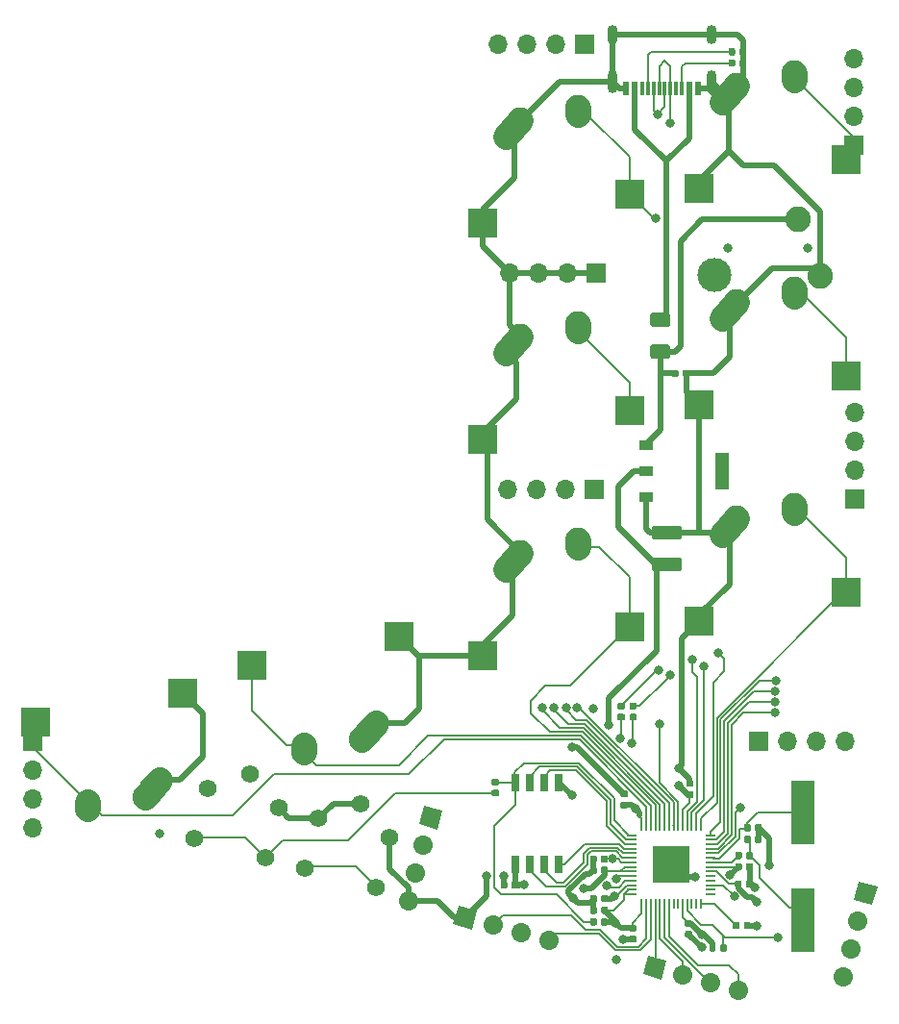
<source format=gbr>
G04 #@! TF.GenerationSoftware,KiCad,Pcbnew,(5.1.4)-1*
G04 #@! TF.CreationDate,2023-06-17T18:31:40-04:00*
G04 #@! TF.ProjectId,ThumbsUp,5468756d-6273-4557-902e-6b696361645f,rev?*
G04 #@! TF.SameCoordinates,Original*
G04 #@! TF.FileFunction,Copper,L2,Bot*
G04 #@! TF.FilePolarity,Positive*
%FSLAX46Y46*%
G04 Gerber Fmt 4.6, Leading zero omitted, Abs format (unit mm)*
G04 Created by KiCad (PCBNEW (5.1.4)-1) date 2023-06-17 18:31:40*
%MOMM*%
%LPD*%
G04 APERTURE LIST*
%ADD10R,2.550000X2.500000*%
%ADD11C,2.250000*%
%ADD12C,2.250000*%
%ADD13R,1.300000X3.250000*%
%ADD14R,1.300000X0.950000*%
%ADD15C,0.100000*%
%ADD16C,1.250000*%
%ADD17C,1.575000*%
%ADD18C,0.590000*%
%ADD19O,1.700000X1.700000*%
%ADD20R,1.700000X1.700000*%
%ADD21R,0.600000X1.160000*%
%ADD22R,0.300000X1.160000*%
%ADD23O,0.900000X1.700000*%
%ADD24O,0.900000X2.000000*%
%ADD25C,1.700000*%
%ADD26C,1.700000*%
%ADD27C,0.800000*%
%ADD28C,3.000000*%
%ADD29R,2.100000X5.600000*%
%ADD30R,0.650000X1.650000*%
%ADD31R,3.200000X3.200000*%
%ADD32R,0.850000X0.200000*%
%ADD33R,0.200000X0.850000*%
%ADD34C,0.200000*%
%ADD35C,0.500000*%
G04 APERTURE END LIST*
D10*
X128167789Y-419052952D03*
X115240789Y-421592952D03*
D11*
X118582789Y-412512952D03*
X117927790Y-413242952D03*
D12*
X117272789Y-413972952D02*
X118582791Y-412512952D01*
D11*
X123622789Y-411432952D03*
X123602789Y-411722952D03*
D12*
X123582789Y-412012952D02*
X123622789Y-411432952D01*
D13*
X117270000Y-427390000D03*
D14*
X110570000Y-425100000D03*
X110570000Y-427390000D03*
X110570000Y-429680000D03*
D15*
G36*
X113519504Y-432186204D02*
G01*
X113543773Y-432189804D01*
X113567571Y-432195765D01*
X113590671Y-432204030D01*
X113612849Y-432214520D01*
X113633893Y-432227133D01*
X113653598Y-432241747D01*
X113671777Y-432258223D01*
X113688253Y-432276402D01*
X113702867Y-432296107D01*
X113715480Y-432317151D01*
X113725970Y-432339329D01*
X113734235Y-432362429D01*
X113740196Y-432386227D01*
X113743796Y-432410496D01*
X113745000Y-432435000D01*
X113745000Y-433185000D01*
X113743796Y-433209504D01*
X113740196Y-433233773D01*
X113734235Y-433257571D01*
X113725970Y-433280671D01*
X113715480Y-433302849D01*
X113702867Y-433323893D01*
X113688253Y-433343598D01*
X113671777Y-433361777D01*
X113653598Y-433378253D01*
X113633893Y-433392867D01*
X113612849Y-433405480D01*
X113590671Y-433415970D01*
X113567571Y-433424235D01*
X113543773Y-433430196D01*
X113519504Y-433433796D01*
X113495000Y-433435000D01*
X111345000Y-433435000D01*
X111320496Y-433433796D01*
X111296227Y-433430196D01*
X111272429Y-433424235D01*
X111249329Y-433415970D01*
X111227151Y-433405480D01*
X111206107Y-433392867D01*
X111186402Y-433378253D01*
X111168223Y-433361777D01*
X111151747Y-433343598D01*
X111137133Y-433323893D01*
X111124520Y-433302849D01*
X111114030Y-433280671D01*
X111105765Y-433257571D01*
X111099804Y-433233773D01*
X111096204Y-433209504D01*
X111095000Y-433185000D01*
X111095000Y-432435000D01*
X111096204Y-432410496D01*
X111099804Y-432386227D01*
X111105765Y-432362429D01*
X111114030Y-432339329D01*
X111124520Y-432317151D01*
X111137133Y-432296107D01*
X111151747Y-432276402D01*
X111168223Y-432258223D01*
X111186402Y-432241747D01*
X111206107Y-432227133D01*
X111227151Y-432214520D01*
X111249329Y-432204030D01*
X111272429Y-432195765D01*
X111296227Y-432189804D01*
X111320496Y-432186204D01*
X111345000Y-432185000D01*
X113495000Y-432185000D01*
X113519504Y-432186204D01*
X113519504Y-432186204D01*
G37*
D16*
X112420000Y-432810000D03*
D15*
G36*
X113519504Y-434986204D02*
G01*
X113543773Y-434989804D01*
X113567571Y-434995765D01*
X113590671Y-435004030D01*
X113612849Y-435014520D01*
X113633893Y-435027133D01*
X113653598Y-435041747D01*
X113671777Y-435058223D01*
X113688253Y-435076402D01*
X113702867Y-435096107D01*
X113715480Y-435117151D01*
X113725970Y-435139329D01*
X113734235Y-435162429D01*
X113740196Y-435186227D01*
X113743796Y-435210496D01*
X113745000Y-435235000D01*
X113745000Y-435985000D01*
X113743796Y-436009504D01*
X113740196Y-436033773D01*
X113734235Y-436057571D01*
X113725970Y-436080671D01*
X113715480Y-436102849D01*
X113702867Y-436123893D01*
X113688253Y-436143598D01*
X113671777Y-436161777D01*
X113653598Y-436178253D01*
X113633893Y-436192867D01*
X113612849Y-436205480D01*
X113590671Y-436215970D01*
X113567571Y-436224235D01*
X113543773Y-436230196D01*
X113519504Y-436233796D01*
X113495000Y-436235000D01*
X111345000Y-436235000D01*
X111320496Y-436233796D01*
X111296227Y-436230196D01*
X111272429Y-436224235D01*
X111249329Y-436215970D01*
X111227151Y-436205480D01*
X111206107Y-436192867D01*
X111186402Y-436178253D01*
X111168223Y-436161777D01*
X111151747Y-436143598D01*
X111137133Y-436123893D01*
X111124520Y-436102849D01*
X111114030Y-436080671D01*
X111105765Y-436057571D01*
X111099804Y-436033773D01*
X111096204Y-436009504D01*
X111095000Y-435985000D01*
X111095000Y-435235000D01*
X111096204Y-435210496D01*
X111099804Y-435186227D01*
X111105765Y-435162429D01*
X111114030Y-435139329D01*
X111124520Y-435117151D01*
X111137133Y-435096107D01*
X111151747Y-435076402D01*
X111168223Y-435058223D01*
X111186402Y-435041747D01*
X111206107Y-435027133D01*
X111227151Y-435014520D01*
X111249329Y-435004030D01*
X111272429Y-434995765D01*
X111296227Y-434989804D01*
X111320496Y-434986204D01*
X111345000Y-434985000D01*
X113495000Y-434985000D01*
X113519504Y-434986204D01*
X113519504Y-434986204D01*
G37*
D16*
X112420000Y-435610000D03*
D17*
X85447277Y-456655373D03*
X87998928Y-459674326D03*
X86826658Y-464018953D03*
X81723356Y-457981047D03*
X80551086Y-462325674D03*
X75669532Y-454055373D03*
X78221183Y-457074326D03*
X77048913Y-461418953D03*
X71945611Y-455381047D03*
X70773341Y-459725674D03*
D15*
G36*
X118676958Y-467080710D02*
G01*
X118691276Y-467082834D01*
X118705317Y-467086351D01*
X118718946Y-467091228D01*
X118732031Y-467097417D01*
X118744447Y-467104858D01*
X118756073Y-467113481D01*
X118766798Y-467123202D01*
X118776519Y-467133927D01*
X118785142Y-467145553D01*
X118792583Y-467157969D01*
X118798772Y-467171054D01*
X118803649Y-467184683D01*
X118807166Y-467198724D01*
X118809290Y-467213042D01*
X118810000Y-467227500D01*
X118810000Y-467572500D01*
X118809290Y-467586958D01*
X118807166Y-467601276D01*
X118803649Y-467615317D01*
X118798772Y-467628946D01*
X118792583Y-467642031D01*
X118785142Y-467654447D01*
X118776519Y-467666073D01*
X118766798Y-467676798D01*
X118756073Y-467686519D01*
X118744447Y-467695142D01*
X118732031Y-467702583D01*
X118718946Y-467708772D01*
X118705317Y-467713649D01*
X118691276Y-467717166D01*
X118676958Y-467719290D01*
X118662500Y-467720000D01*
X118367500Y-467720000D01*
X118353042Y-467719290D01*
X118338724Y-467717166D01*
X118324683Y-467713649D01*
X118311054Y-467708772D01*
X118297969Y-467702583D01*
X118285553Y-467695142D01*
X118273927Y-467686519D01*
X118263202Y-467676798D01*
X118253481Y-467666073D01*
X118244858Y-467654447D01*
X118237417Y-467642031D01*
X118231228Y-467628946D01*
X118226351Y-467615317D01*
X118222834Y-467601276D01*
X118220710Y-467586958D01*
X118220000Y-467572500D01*
X118220000Y-467227500D01*
X118220710Y-467213042D01*
X118222834Y-467198724D01*
X118226351Y-467184683D01*
X118231228Y-467171054D01*
X118237417Y-467157969D01*
X118244858Y-467145553D01*
X118253481Y-467133927D01*
X118263202Y-467123202D01*
X118273927Y-467113481D01*
X118285553Y-467104858D01*
X118297969Y-467097417D01*
X118311054Y-467091228D01*
X118324683Y-467086351D01*
X118338724Y-467082834D01*
X118353042Y-467080710D01*
X118367500Y-467080000D01*
X118662500Y-467080000D01*
X118676958Y-467080710D01*
X118676958Y-467080710D01*
G37*
D18*
X118515000Y-467400000D03*
D15*
G36*
X119646958Y-467080710D02*
G01*
X119661276Y-467082834D01*
X119675317Y-467086351D01*
X119688946Y-467091228D01*
X119702031Y-467097417D01*
X119714447Y-467104858D01*
X119726073Y-467113481D01*
X119736798Y-467123202D01*
X119746519Y-467133927D01*
X119755142Y-467145553D01*
X119762583Y-467157969D01*
X119768772Y-467171054D01*
X119773649Y-467184683D01*
X119777166Y-467198724D01*
X119779290Y-467213042D01*
X119780000Y-467227500D01*
X119780000Y-467572500D01*
X119779290Y-467586958D01*
X119777166Y-467601276D01*
X119773649Y-467615317D01*
X119768772Y-467628946D01*
X119762583Y-467642031D01*
X119755142Y-467654447D01*
X119746519Y-467666073D01*
X119736798Y-467676798D01*
X119726073Y-467686519D01*
X119714447Y-467695142D01*
X119702031Y-467702583D01*
X119688946Y-467708772D01*
X119675317Y-467713649D01*
X119661276Y-467717166D01*
X119646958Y-467719290D01*
X119632500Y-467720000D01*
X119337500Y-467720000D01*
X119323042Y-467719290D01*
X119308724Y-467717166D01*
X119294683Y-467713649D01*
X119281054Y-467708772D01*
X119267969Y-467702583D01*
X119255553Y-467695142D01*
X119243927Y-467686519D01*
X119233202Y-467676798D01*
X119223481Y-467666073D01*
X119214858Y-467654447D01*
X119207417Y-467642031D01*
X119201228Y-467628946D01*
X119196351Y-467615317D01*
X119192834Y-467601276D01*
X119190710Y-467586958D01*
X119190000Y-467572500D01*
X119190000Y-467227500D01*
X119190710Y-467213042D01*
X119192834Y-467198724D01*
X119196351Y-467184683D01*
X119201228Y-467171054D01*
X119207417Y-467157969D01*
X119214858Y-467145553D01*
X119223481Y-467133927D01*
X119233202Y-467123202D01*
X119243927Y-467113481D01*
X119255553Y-467104858D01*
X119267969Y-467097417D01*
X119281054Y-467091228D01*
X119294683Y-467086351D01*
X119308724Y-467082834D01*
X119323042Y-467080710D01*
X119337500Y-467080000D01*
X119632500Y-467080000D01*
X119646958Y-467080710D01*
X119646958Y-467080710D01*
G37*
D18*
X119485000Y-467400000D03*
D19*
X97510000Y-389820000D03*
X100050000Y-389820000D03*
X102590000Y-389820000D03*
D20*
X105130000Y-389820000D03*
D10*
X109117789Y-422052952D03*
X96190789Y-424592952D03*
D11*
X99532789Y-415512952D03*
X98877790Y-416242952D03*
D12*
X98222789Y-416972952D02*
X99532791Y-415512952D01*
D11*
X104572789Y-414432952D03*
X104552789Y-414722952D03*
D12*
X104532789Y-415012952D02*
X104572789Y-414432952D01*
D10*
X128167789Y-438102952D03*
X115240789Y-440642952D03*
D11*
X118582789Y-431562952D03*
X117927790Y-432292952D03*
D12*
X117272789Y-433022952D02*
X118582791Y-431562952D01*
D11*
X123622789Y-430482952D03*
X123602789Y-430772952D03*
D12*
X123582789Y-431062952D02*
X123622789Y-430482952D01*
D11*
X123602790Y-392672952D03*
D12*
X123582790Y-392962952D02*
X123622790Y-392382952D01*
D11*
X123622790Y-392382952D03*
X117927791Y-394192952D03*
D12*
X117272790Y-394922952D02*
X118582792Y-393462952D01*
D11*
X118582790Y-393462952D03*
D10*
X115240790Y-402542952D03*
X128167790Y-400002952D03*
X109117790Y-441102952D03*
X96190790Y-443642952D03*
D11*
X99532790Y-434562952D03*
X98877791Y-435292952D03*
D12*
X98222790Y-436022952D02*
X99532792Y-434562952D01*
D11*
X104572790Y-433482952D03*
X104552790Y-433772952D03*
D12*
X104532790Y-434062952D02*
X104572790Y-433482952D01*
D11*
X104552790Y-395672952D03*
D12*
X104532790Y-395962952D02*
X104572790Y-395382952D01*
D11*
X104572790Y-395382952D03*
X98877791Y-397192952D03*
D12*
X98222790Y-397922952D02*
X99532792Y-396462952D01*
D11*
X99532790Y-396462952D03*
D10*
X96190790Y-405542952D03*
X109117790Y-403002952D03*
X75897789Y-444522953D03*
X88824789Y-441982953D03*
D11*
X85482789Y-451062953D03*
X86137788Y-450332953D03*
D12*
X86792789Y-449602953D02*
X85482787Y-451062953D01*
D11*
X80442789Y-452142953D03*
X80462789Y-451852953D03*
D12*
X80482789Y-451562953D02*
X80442789Y-452142953D01*
D10*
X56847789Y-449522952D03*
X69774789Y-446982952D03*
D11*
X66432789Y-456062952D03*
X67087788Y-455332952D03*
D12*
X67742789Y-454602952D02*
X66432787Y-456062952D01*
D11*
X61392789Y-457142952D03*
X61412789Y-456852952D03*
D12*
X61432789Y-456562952D02*
X61392789Y-457142952D01*
D15*
G36*
X117556958Y-469055710D02*
G01*
X117571276Y-469057834D01*
X117585317Y-469061351D01*
X117598946Y-469066228D01*
X117612031Y-469072417D01*
X117624447Y-469079858D01*
X117636073Y-469088481D01*
X117646798Y-469098202D01*
X117656519Y-469108927D01*
X117665142Y-469120553D01*
X117672583Y-469132969D01*
X117678772Y-469146054D01*
X117683649Y-469159683D01*
X117687166Y-469173724D01*
X117689290Y-469188042D01*
X117690000Y-469202500D01*
X117690000Y-469547500D01*
X117689290Y-469561958D01*
X117687166Y-469576276D01*
X117683649Y-469590317D01*
X117678772Y-469603946D01*
X117672583Y-469617031D01*
X117665142Y-469629447D01*
X117656519Y-469641073D01*
X117646798Y-469651798D01*
X117636073Y-469661519D01*
X117624447Y-469670142D01*
X117612031Y-469677583D01*
X117598946Y-469683772D01*
X117585317Y-469688649D01*
X117571276Y-469692166D01*
X117556958Y-469694290D01*
X117542500Y-469695000D01*
X117247500Y-469695000D01*
X117233042Y-469694290D01*
X117218724Y-469692166D01*
X117204683Y-469688649D01*
X117191054Y-469683772D01*
X117177969Y-469677583D01*
X117165553Y-469670142D01*
X117153927Y-469661519D01*
X117143202Y-469651798D01*
X117133481Y-469641073D01*
X117124858Y-469629447D01*
X117117417Y-469617031D01*
X117111228Y-469603946D01*
X117106351Y-469590317D01*
X117102834Y-469576276D01*
X117100710Y-469561958D01*
X117100000Y-469547500D01*
X117100000Y-469202500D01*
X117100710Y-469188042D01*
X117102834Y-469173724D01*
X117106351Y-469159683D01*
X117111228Y-469146054D01*
X117117417Y-469132969D01*
X117124858Y-469120553D01*
X117133481Y-469108927D01*
X117143202Y-469098202D01*
X117153927Y-469088481D01*
X117165553Y-469079858D01*
X117177969Y-469072417D01*
X117191054Y-469066228D01*
X117204683Y-469061351D01*
X117218724Y-469057834D01*
X117233042Y-469055710D01*
X117247500Y-469055000D01*
X117542500Y-469055000D01*
X117556958Y-469055710D01*
X117556958Y-469055710D01*
G37*
D18*
X117395000Y-469375000D03*
D15*
G36*
X116586958Y-469055710D02*
G01*
X116601276Y-469057834D01*
X116615317Y-469061351D01*
X116628946Y-469066228D01*
X116642031Y-469072417D01*
X116654447Y-469079858D01*
X116666073Y-469088481D01*
X116676798Y-469098202D01*
X116686519Y-469108927D01*
X116695142Y-469120553D01*
X116702583Y-469132969D01*
X116708772Y-469146054D01*
X116713649Y-469159683D01*
X116717166Y-469173724D01*
X116719290Y-469188042D01*
X116720000Y-469202500D01*
X116720000Y-469547500D01*
X116719290Y-469561958D01*
X116717166Y-469576276D01*
X116713649Y-469590317D01*
X116708772Y-469603946D01*
X116702583Y-469617031D01*
X116695142Y-469629447D01*
X116686519Y-469641073D01*
X116676798Y-469651798D01*
X116666073Y-469661519D01*
X116654447Y-469670142D01*
X116642031Y-469677583D01*
X116628946Y-469683772D01*
X116615317Y-469688649D01*
X116601276Y-469692166D01*
X116586958Y-469694290D01*
X116572500Y-469695000D01*
X116277500Y-469695000D01*
X116263042Y-469694290D01*
X116248724Y-469692166D01*
X116234683Y-469688649D01*
X116221054Y-469683772D01*
X116207969Y-469677583D01*
X116195553Y-469670142D01*
X116183927Y-469661519D01*
X116173202Y-469651798D01*
X116163481Y-469641073D01*
X116154858Y-469629447D01*
X116147417Y-469617031D01*
X116141228Y-469603946D01*
X116136351Y-469590317D01*
X116132834Y-469576276D01*
X116130710Y-469561958D01*
X116130000Y-469547500D01*
X116130000Y-469202500D01*
X116130710Y-469188042D01*
X116132834Y-469173724D01*
X116136351Y-469159683D01*
X116141228Y-469146054D01*
X116147417Y-469132969D01*
X116154858Y-469120553D01*
X116163481Y-469108927D01*
X116173202Y-469098202D01*
X116183927Y-469088481D01*
X116195553Y-469079858D01*
X116207969Y-469072417D01*
X116221054Y-469066228D01*
X116234683Y-469061351D01*
X116248724Y-469057834D01*
X116263042Y-469055710D01*
X116277500Y-469055000D01*
X116572500Y-469055000D01*
X116586958Y-469055710D01*
X116586958Y-469055710D01*
G37*
D18*
X116425000Y-469375000D03*
D15*
G36*
X109612958Y-447797710D02*
G01*
X109627276Y-447799834D01*
X109641317Y-447803351D01*
X109654946Y-447808228D01*
X109668031Y-447814417D01*
X109680447Y-447821858D01*
X109692073Y-447830481D01*
X109702798Y-447840202D01*
X109712519Y-447850927D01*
X109721142Y-447862553D01*
X109728583Y-447874969D01*
X109734772Y-447888054D01*
X109739649Y-447901683D01*
X109743166Y-447915724D01*
X109745290Y-447930042D01*
X109746000Y-447944500D01*
X109746000Y-448239500D01*
X109745290Y-448253958D01*
X109743166Y-448268276D01*
X109739649Y-448282317D01*
X109734772Y-448295946D01*
X109728583Y-448309031D01*
X109721142Y-448321447D01*
X109712519Y-448333073D01*
X109702798Y-448343798D01*
X109692073Y-448353519D01*
X109680447Y-448362142D01*
X109668031Y-448369583D01*
X109654946Y-448375772D01*
X109641317Y-448380649D01*
X109627276Y-448384166D01*
X109612958Y-448386290D01*
X109598500Y-448387000D01*
X109253500Y-448387000D01*
X109239042Y-448386290D01*
X109224724Y-448384166D01*
X109210683Y-448380649D01*
X109197054Y-448375772D01*
X109183969Y-448369583D01*
X109171553Y-448362142D01*
X109159927Y-448353519D01*
X109149202Y-448343798D01*
X109139481Y-448333073D01*
X109130858Y-448321447D01*
X109123417Y-448309031D01*
X109117228Y-448295946D01*
X109112351Y-448282317D01*
X109108834Y-448268276D01*
X109106710Y-448253958D01*
X109106000Y-448239500D01*
X109106000Y-447944500D01*
X109106710Y-447930042D01*
X109108834Y-447915724D01*
X109112351Y-447901683D01*
X109117228Y-447888054D01*
X109123417Y-447874969D01*
X109130858Y-447862553D01*
X109139481Y-447850927D01*
X109149202Y-447840202D01*
X109159927Y-447830481D01*
X109171553Y-447821858D01*
X109183969Y-447814417D01*
X109197054Y-447808228D01*
X109210683Y-447803351D01*
X109224724Y-447799834D01*
X109239042Y-447797710D01*
X109253500Y-447797000D01*
X109598500Y-447797000D01*
X109612958Y-447797710D01*
X109612958Y-447797710D01*
G37*
D18*
X109426000Y-448092000D03*
D15*
G36*
X109612958Y-448767710D02*
G01*
X109627276Y-448769834D01*
X109641317Y-448773351D01*
X109654946Y-448778228D01*
X109668031Y-448784417D01*
X109680447Y-448791858D01*
X109692073Y-448800481D01*
X109702798Y-448810202D01*
X109712519Y-448820927D01*
X109721142Y-448832553D01*
X109728583Y-448844969D01*
X109734772Y-448858054D01*
X109739649Y-448871683D01*
X109743166Y-448885724D01*
X109745290Y-448900042D01*
X109746000Y-448914500D01*
X109746000Y-449209500D01*
X109745290Y-449223958D01*
X109743166Y-449238276D01*
X109739649Y-449252317D01*
X109734772Y-449265946D01*
X109728583Y-449279031D01*
X109721142Y-449291447D01*
X109712519Y-449303073D01*
X109702798Y-449313798D01*
X109692073Y-449323519D01*
X109680447Y-449332142D01*
X109668031Y-449339583D01*
X109654946Y-449345772D01*
X109641317Y-449350649D01*
X109627276Y-449354166D01*
X109612958Y-449356290D01*
X109598500Y-449357000D01*
X109253500Y-449357000D01*
X109239042Y-449356290D01*
X109224724Y-449354166D01*
X109210683Y-449350649D01*
X109197054Y-449345772D01*
X109183969Y-449339583D01*
X109171553Y-449332142D01*
X109159927Y-449323519D01*
X109149202Y-449313798D01*
X109139481Y-449303073D01*
X109130858Y-449291447D01*
X109123417Y-449279031D01*
X109117228Y-449265946D01*
X109112351Y-449252317D01*
X109108834Y-449238276D01*
X109106710Y-449223958D01*
X109106000Y-449209500D01*
X109106000Y-448914500D01*
X109106710Y-448900042D01*
X109108834Y-448885724D01*
X109112351Y-448871683D01*
X109117228Y-448858054D01*
X109123417Y-448844969D01*
X109130858Y-448832553D01*
X109139481Y-448820927D01*
X109149202Y-448810202D01*
X109159927Y-448800481D01*
X109171553Y-448791858D01*
X109183969Y-448784417D01*
X109197054Y-448778228D01*
X109210683Y-448773351D01*
X109224724Y-448769834D01*
X109239042Y-448767710D01*
X109253500Y-448767000D01*
X109598500Y-448767000D01*
X109612958Y-448767710D01*
X109612958Y-448767710D01*
G37*
D18*
X109426000Y-449062000D03*
D15*
G36*
X108562958Y-447797710D02*
G01*
X108577276Y-447799834D01*
X108591317Y-447803351D01*
X108604946Y-447808228D01*
X108618031Y-447814417D01*
X108630447Y-447821858D01*
X108642073Y-447830481D01*
X108652798Y-447840202D01*
X108662519Y-447850927D01*
X108671142Y-447862553D01*
X108678583Y-447874969D01*
X108684772Y-447888054D01*
X108689649Y-447901683D01*
X108693166Y-447915724D01*
X108695290Y-447930042D01*
X108696000Y-447944500D01*
X108696000Y-448239500D01*
X108695290Y-448253958D01*
X108693166Y-448268276D01*
X108689649Y-448282317D01*
X108684772Y-448295946D01*
X108678583Y-448309031D01*
X108671142Y-448321447D01*
X108662519Y-448333073D01*
X108652798Y-448343798D01*
X108642073Y-448353519D01*
X108630447Y-448362142D01*
X108618031Y-448369583D01*
X108604946Y-448375772D01*
X108591317Y-448380649D01*
X108577276Y-448384166D01*
X108562958Y-448386290D01*
X108548500Y-448387000D01*
X108203500Y-448387000D01*
X108189042Y-448386290D01*
X108174724Y-448384166D01*
X108160683Y-448380649D01*
X108147054Y-448375772D01*
X108133969Y-448369583D01*
X108121553Y-448362142D01*
X108109927Y-448353519D01*
X108099202Y-448343798D01*
X108089481Y-448333073D01*
X108080858Y-448321447D01*
X108073417Y-448309031D01*
X108067228Y-448295946D01*
X108062351Y-448282317D01*
X108058834Y-448268276D01*
X108056710Y-448253958D01*
X108056000Y-448239500D01*
X108056000Y-447944500D01*
X108056710Y-447930042D01*
X108058834Y-447915724D01*
X108062351Y-447901683D01*
X108067228Y-447888054D01*
X108073417Y-447874969D01*
X108080858Y-447862553D01*
X108089481Y-447850927D01*
X108099202Y-447840202D01*
X108109927Y-447830481D01*
X108121553Y-447821858D01*
X108133969Y-447814417D01*
X108147054Y-447808228D01*
X108160683Y-447803351D01*
X108174724Y-447799834D01*
X108189042Y-447797710D01*
X108203500Y-447797000D01*
X108548500Y-447797000D01*
X108562958Y-447797710D01*
X108562958Y-447797710D01*
G37*
D18*
X108376000Y-448092000D03*
D15*
G36*
X108562958Y-448767710D02*
G01*
X108577276Y-448769834D01*
X108591317Y-448773351D01*
X108604946Y-448778228D01*
X108618031Y-448784417D01*
X108630447Y-448791858D01*
X108642073Y-448800481D01*
X108652798Y-448810202D01*
X108662519Y-448820927D01*
X108671142Y-448832553D01*
X108678583Y-448844969D01*
X108684772Y-448858054D01*
X108689649Y-448871683D01*
X108693166Y-448885724D01*
X108695290Y-448900042D01*
X108696000Y-448914500D01*
X108696000Y-449209500D01*
X108695290Y-449223958D01*
X108693166Y-449238276D01*
X108689649Y-449252317D01*
X108684772Y-449265946D01*
X108678583Y-449279031D01*
X108671142Y-449291447D01*
X108662519Y-449303073D01*
X108652798Y-449313798D01*
X108642073Y-449323519D01*
X108630447Y-449332142D01*
X108618031Y-449339583D01*
X108604946Y-449345772D01*
X108591317Y-449350649D01*
X108577276Y-449354166D01*
X108562958Y-449356290D01*
X108548500Y-449357000D01*
X108203500Y-449357000D01*
X108189042Y-449356290D01*
X108174724Y-449354166D01*
X108160683Y-449350649D01*
X108147054Y-449345772D01*
X108133969Y-449339583D01*
X108121553Y-449332142D01*
X108109927Y-449323519D01*
X108099202Y-449313798D01*
X108089481Y-449303073D01*
X108080858Y-449291447D01*
X108073417Y-449279031D01*
X108067228Y-449265946D01*
X108062351Y-449252317D01*
X108058834Y-449238276D01*
X108056710Y-449223958D01*
X108056000Y-449209500D01*
X108056000Y-448914500D01*
X108056710Y-448900042D01*
X108058834Y-448885724D01*
X108062351Y-448871683D01*
X108067228Y-448858054D01*
X108073417Y-448844969D01*
X108080858Y-448832553D01*
X108089481Y-448820927D01*
X108099202Y-448810202D01*
X108109927Y-448800481D01*
X108121553Y-448791858D01*
X108133969Y-448784417D01*
X108147054Y-448778228D01*
X108160683Y-448773351D01*
X108174724Y-448769834D01*
X108189042Y-448767710D01*
X108203500Y-448767000D01*
X108548500Y-448767000D01*
X108562958Y-448767710D01*
X108562958Y-448767710D01*
G37*
D18*
X108376000Y-449062000D03*
D15*
G36*
X118286958Y-391155710D02*
G01*
X118301276Y-391157834D01*
X118315317Y-391161351D01*
X118328946Y-391166228D01*
X118342031Y-391172417D01*
X118354447Y-391179858D01*
X118366073Y-391188481D01*
X118376798Y-391198202D01*
X118386519Y-391208927D01*
X118395142Y-391220553D01*
X118402583Y-391232969D01*
X118408772Y-391246054D01*
X118413649Y-391259683D01*
X118417166Y-391273724D01*
X118419290Y-391288042D01*
X118420000Y-391302500D01*
X118420000Y-391647500D01*
X118419290Y-391661958D01*
X118417166Y-391676276D01*
X118413649Y-391690317D01*
X118408772Y-391703946D01*
X118402583Y-391717031D01*
X118395142Y-391729447D01*
X118386519Y-391741073D01*
X118376798Y-391751798D01*
X118366073Y-391761519D01*
X118354447Y-391770142D01*
X118342031Y-391777583D01*
X118328946Y-391783772D01*
X118315317Y-391788649D01*
X118301276Y-391792166D01*
X118286958Y-391794290D01*
X118272500Y-391795000D01*
X117977500Y-391795000D01*
X117963042Y-391794290D01*
X117948724Y-391792166D01*
X117934683Y-391788649D01*
X117921054Y-391783772D01*
X117907969Y-391777583D01*
X117895553Y-391770142D01*
X117883927Y-391761519D01*
X117873202Y-391751798D01*
X117863481Y-391741073D01*
X117854858Y-391729447D01*
X117847417Y-391717031D01*
X117841228Y-391703946D01*
X117836351Y-391690317D01*
X117832834Y-391676276D01*
X117830710Y-391661958D01*
X117830000Y-391647500D01*
X117830000Y-391302500D01*
X117830710Y-391288042D01*
X117832834Y-391273724D01*
X117836351Y-391259683D01*
X117841228Y-391246054D01*
X117847417Y-391232969D01*
X117854858Y-391220553D01*
X117863481Y-391208927D01*
X117873202Y-391198202D01*
X117883927Y-391188481D01*
X117895553Y-391179858D01*
X117907969Y-391172417D01*
X117921054Y-391166228D01*
X117934683Y-391161351D01*
X117948724Y-391157834D01*
X117963042Y-391155710D01*
X117977500Y-391155000D01*
X118272500Y-391155000D01*
X118286958Y-391155710D01*
X118286958Y-391155710D01*
G37*
D18*
X118125000Y-391475000D03*
D15*
G36*
X119256958Y-391155710D02*
G01*
X119271276Y-391157834D01*
X119285317Y-391161351D01*
X119298946Y-391166228D01*
X119312031Y-391172417D01*
X119324447Y-391179858D01*
X119336073Y-391188481D01*
X119346798Y-391198202D01*
X119356519Y-391208927D01*
X119365142Y-391220553D01*
X119372583Y-391232969D01*
X119378772Y-391246054D01*
X119383649Y-391259683D01*
X119387166Y-391273724D01*
X119389290Y-391288042D01*
X119390000Y-391302500D01*
X119390000Y-391647500D01*
X119389290Y-391661958D01*
X119387166Y-391676276D01*
X119383649Y-391690317D01*
X119378772Y-391703946D01*
X119372583Y-391717031D01*
X119365142Y-391729447D01*
X119356519Y-391741073D01*
X119346798Y-391751798D01*
X119336073Y-391761519D01*
X119324447Y-391770142D01*
X119312031Y-391777583D01*
X119298946Y-391783772D01*
X119285317Y-391788649D01*
X119271276Y-391792166D01*
X119256958Y-391794290D01*
X119242500Y-391795000D01*
X118947500Y-391795000D01*
X118933042Y-391794290D01*
X118918724Y-391792166D01*
X118904683Y-391788649D01*
X118891054Y-391783772D01*
X118877969Y-391777583D01*
X118865553Y-391770142D01*
X118853927Y-391761519D01*
X118843202Y-391751798D01*
X118833481Y-391741073D01*
X118824858Y-391729447D01*
X118817417Y-391717031D01*
X118811228Y-391703946D01*
X118806351Y-391690317D01*
X118802834Y-391676276D01*
X118800710Y-391661958D01*
X118800000Y-391647500D01*
X118800000Y-391302500D01*
X118800710Y-391288042D01*
X118802834Y-391273724D01*
X118806351Y-391259683D01*
X118811228Y-391246054D01*
X118817417Y-391232969D01*
X118824858Y-391220553D01*
X118833481Y-391208927D01*
X118843202Y-391198202D01*
X118853927Y-391188481D01*
X118865553Y-391179858D01*
X118877969Y-391172417D01*
X118891054Y-391166228D01*
X118904683Y-391161351D01*
X118918724Y-391157834D01*
X118933042Y-391155710D01*
X118947500Y-391155000D01*
X119242500Y-391155000D01*
X119256958Y-391155710D01*
X119256958Y-391155710D01*
G37*
D18*
X119095000Y-391475000D03*
D15*
G36*
X119256958Y-390155710D02*
G01*
X119271276Y-390157834D01*
X119285317Y-390161351D01*
X119298946Y-390166228D01*
X119312031Y-390172417D01*
X119324447Y-390179858D01*
X119336073Y-390188481D01*
X119346798Y-390198202D01*
X119356519Y-390208927D01*
X119365142Y-390220553D01*
X119372583Y-390232969D01*
X119378772Y-390246054D01*
X119383649Y-390259683D01*
X119387166Y-390273724D01*
X119389290Y-390288042D01*
X119390000Y-390302500D01*
X119390000Y-390647500D01*
X119389290Y-390661958D01*
X119387166Y-390676276D01*
X119383649Y-390690317D01*
X119378772Y-390703946D01*
X119372583Y-390717031D01*
X119365142Y-390729447D01*
X119356519Y-390741073D01*
X119346798Y-390751798D01*
X119336073Y-390761519D01*
X119324447Y-390770142D01*
X119312031Y-390777583D01*
X119298946Y-390783772D01*
X119285317Y-390788649D01*
X119271276Y-390792166D01*
X119256958Y-390794290D01*
X119242500Y-390795000D01*
X118947500Y-390795000D01*
X118933042Y-390794290D01*
X118918724Y-390792166D01*
X118904683Y-390788649D01*
X118891054Y-390783772D01*
X118877969Y-390777583D01*
X118865553Y-390770142D01*
X118853927Y-390761519D01*
X118843202Y-390751798D01*
X118833481Y-390741073D01*
X118824858Y-390729447D01*
X118817417Y-390717031D01*
X118811228Y-390703946D01*
X118806351Y-390690317D01*
X118802834Y-390676276D01*
X118800710Y-390661958D01*
X118800000Y-390647500D01*
X118800000Y-390302500D01*
X118800710Y-390288042D01*
X118802834Y-390273724D01*
X118806351Y-390259683D01*
X118811228Y-390246054D01*
X118817417Y-390232969D01*
X118824858Y-390220553D01*
X118833481Y-390208927D01*
X118843202Y-390198202D01*
X118853927Y-390188481D01*
X118865553Y-390179858D01*
X118877969Y-390172417D01*
X118891054Y-390166228D01*
X118904683Y-390161351D01*
X118918724Y-390157834D01*
X118933042Y-390155710D01*
X118947500Y-390155000D01*
X119242500Y-390155000D01*
X119256958Y-390155710D01*
X119256958Y-390155710D01*
G37*
D18*
X119095000Y-390475000D03*
D15*
G36*
X118286958Y-390155710D02*
G01*
X118301276Y-390157834D01*
X118315317Y-390161351D01*
X118328946Y-390166228D01*
X118342031Y-390172417D01*
X118354447Y-390179858D01*
X118366073Y-390188481D01*
X118376798Y-390198202D01*
X118386519Y-390208927D01*
X118395142Y-390220553D01*
X118402583Y-390232969D01*
X118408772Y-390246054D01*
X118413649Y-390259683D01*
X118417166Y-390273724D01*
X118419290Y-390288042D01*
X118420000Y-390302500D01*
X118420000Y-390647500D01*
X118419290Y-390661958D01*
X118417166Y-390676276D01*
X118413649Y-390690317D01*
X118408772Y-390703946D01*
X118402583Y-390717031D01*
X118395142Y-390729447D01*
X118386519Y-390741073D01*
X118376798Y-390751798D01*
X118366073Y-390761519D01*
X118354447Y-390770142D01*
X118342031Y-390777583D01*
X118328946Y-390783772D01*
X118315317Y-390788649D01*
X118301276Y-390792166D01*
X118286958Y-390794290D01*
X118272500Y-390795000D01*
X117977500Y-390795000D01*
X117963042Y-390794290D01*
X117948724Y-390792166D01*
X117934683Y-390788649D01*
X117921054Y-390783772D01*
X117907969Y-390777583D01*
X117895553Y-390770142D01*
X117883927Y-390761519D01*
X117873202Y-390751798D01*
X117863481Y-390741073D01*
X117854858Y-390729447D01*
X117847417Y-390717031D01*
X117841228Y-390703946D01*
X117836351Y-390690317D01*
X117832834Y-390676276D01*
X117830710Y-390661958D01*
X117830000Y-390647500D01*
X117830000Y-390302500D01*
X117830710Y-390288042D01*
X117832834Y-390273724D01*
X117836351Y-390259683D01*
X117841228Y-390246054D01*
X117847417Y-390232969D01*
X117854858Y-390220553D01*
X117863481Y-390208927D01*
X117873202Y-390198202D01*
X117883927Y-390188481D01*
X117895553Y-390179858D01*
X117907969Y-390172417D01*
X117921054Y-390166228D01*
X117934683Y-390161351D01*
X117948724Y-390157834D01*
X117963042Y-390155710D01*
X117977500Y-390155000D01*
X118272500Y-390155000D01*
X118286958Y-390155710D01*
X118286958Y-390155710D01*
G37*
D18*
X118125000Y-390475000D03*
D15*
G36*
X107071958Y-466770710D02*
G01*
X107086276Y-466772834D01*
X107100317Y-466776351D01*
X107113946Y-466781228D01*
X107127031Y-466787417D01*
X107139447Y-466794858D01*
X107151073Y-466803481D01*
X107161798Y-466813202D01*
X107171519Y-466823927D01*
X107180142Y-466835553D01*
X107187583Y-466847969D01*
X107193772Y-466861054D01*
X107198649Y-466874683D01*
X107202166Y-466888724D01*
X107204290Y-466903042D01*
X107205000Y-466917500D01*
X107205000Y-467262500D01*
X107204290Y-467276958D01*
X107202166Y-467291276D01*
X107198649Y-467305317D01*
X107193772Y-467318946D01*
X107187583Y-467332031D01*
X107180142Y-467344447D01*
X107171519Y-467356073D01*
X107161798Y-467366798D01*
X107151073Y-467376519D01*
X107139447Y-467385142D01*
X107127031Y-467392583D01*
X107113946Y-467398772D01*
X107100317Y-467403649D01*
X107086276Y-467407166D01*
X107071958Y-467409290D01*
X107057500Y-467410000D01*
X106762500Y-467410000D01*
X106748042Y-467409290D01*
X106733724Y-467407166D01*
X106719683Y-467403649D01*
X106706054Y-467398772D01*
X106692969Y-467392583D01*
X106680553Y-467385142D01*
X106668927Y-467376519D01*
X106658202Y-467366798D01*
X106648481Y-467356073D01*
X106639858Y-467344447D01*
X106632417Y-467332031D01*
X106626228Y-467318946D01*
X106621351Y-467305317D01*
X106617834Y-467291276D01*
X106615710Y-467276958D01*
X106615000Y-467262500D01*
X106615000Y-466917500D01*
X106615710Y-466903042D01*
X106617834Y-466888724D01*
X106621351Y-466874683D01*
X106626228Y-466861054D01*
X106632417Y-466847969D01*
X106639858Y-466835553D01*
X106648481Y-466823927D01*
X106658202Y-466813202D01*
X106668927Y-466803481D01*
X106680553Y-466794858D01*
X106692969Y-466787417D01*
X106706054Y-466781228D01*
X106719683Y-466776351D01*
X106733724Y-466772834D01*
X106748042Y-466770710D01*
X106762500Y-466770000D01*
X107057500Y-466770000D01*
X107071958Y-466770710D01*
X107071958Y-466770710D01*
G37*
D18*
X106910000Y-467090000D03*
D15*
G36*
X106101958Y-466770710D02*
G01*
X106116276Y-466772834D01*
X106130317Y-466776351D01*
X106143946Y-466781228D01*
X106157031Y-466787417D01*
X106169447Y-466794858D01*
X106181073Y-466803481D01*
X106191798Y-466813202D01*
X106201519Y-466823927D01*
X106210142Y-466835553D01*
X106217583Y-466847969D01*
X106223772Y-466861054D01*
X106228649Y-466874683D01*
X106232166Y-466888724D01*
X106234290Y-466903042D01*
X106235000Y-466917500D01*
X106235000Y-467262500D01*
X106234290Y-467276958D01*
X106232166Y-467291276D01*
X106228649Y-467305317D01*
X106223772Y-467318946D01*
X106217583Y-467332031D01*
X106210142Y-467344447D01*
X106201519Y-467356073D01*
X106191798Y-467366798D01*
X106181073Y-467376519D01*
X106169447Y-467385142D01*
X106157031Y-467392583D01*
X106143946Y-467398772D01*
X106130317Y-467403649D01*
X106116276Y-467407166D01*
X106101958Y-467409290D01*
X106087500Y-467410000D01*
X105792500Y-467410000D01*
X105778042Y-467409290D01*
X105763724Y-467407166D01*
X105749683Y-467403649D01*
X105736054Y-467398772D01*
X105722969Y-467392583D01*
X105710553Y-467385142D01*
X105698927Y-467376519D01*
X105688202Y-467366798D01*
X105678481Y-467356073D01*
X105669858Y-467344447D01*
X105662417Y-467332031D01*
X105656228Y-467318946D01*
X105651351Y-467305317D01*
X105647834Y-467291276D01*
X105645710Y-467276958D01*
X105645000Y-467262500D01*
X105645000Y-466917500D01*
X105645710Y-466903042D01*
X105647834Y-466888724D01*
X105651351Y-466874683D01*
X105656228Y-466861054D01*
X105662417Y-466847969D01*
X105669858Y-466835553D01*
X105678481Y-466823927D01*
X105688202Y-466813202D01*
X105698927Y-466803481D01*
X105710553Y-466794858D01*
X105722969Y-466787417D01*
X105736054Y-466781228D01*
X105749683Y-466776351D01*
X105763724Y-466772834D01*
X105778042Y-466770710D01*
X105792500Y-466770000D01*
X106087500Y-466770000D01*
X106101958Y-466770710D01*
X106101958Y-466770710D01*
G37*
D18*
X105940000Y-467090000D03*
D15*
G36*
X119846958Y-460930710D02*
G01*
X119861276Y-460932834D01*
X119875317Y-460936351D01*
X119888946Y-460941228D01*
X119902031Y-460947417D01*
X119914447Y-460954858D01*
X119926073Y-460963481D01*
X119936798Y-460973202D01*
X119946519Y-460983927D01*
X119955142Y-460995553D01*
X119962583Y-461007969D01*
X119968772Y-461021054D01*
X119973649Y-461034683D01*
X119977166Y-461048724D01*
X119979290Y-461063042D01*
X119980000Y-461077500D01*
X119980000Y-461422500D01*
X119979290Y-461436958D01*
X119977166Y-461451276D01*
X119973649Y-461465317D01*
X119968772Y-461478946D01*
X119962583Y-461492031D01*
X119955142Y-461504447D01*
X119946519Y-461516073D01*
X119936798Y-461526798D01*
X119926073Y-461536519D01*
X119914447Y-461545142D01*
X119902031Y-461552583D01*
X119888946Y-461558772D01*
X119875317Y-461563649D01*
X119861276Y-461567166D01*
X119846958Y-461569290D01*
X119832500Y-461570000D01*
X119537500Y-461570000D01*
X119523042Y-461569290D01*
X119508724Y-461567166D01*
X119494683Y-461563649D01*
X119481054Y-461558772D01*
X119467969Y-461552583D01*
X119455553Y-461545142D01*
X119443927Y-461536519D01*
X119433202Y-461526798D01*
X119423481Y-461516073D01*
X119414858Y-461504447D01*
X119407417Y-461492031D01*
X119401228Y-461478946D01*
X119396351Y-461465317D01*
X119392834Y-461451276D01*
X119390710Y-461436958D01*
X119390000Y-461422500D01*
X119390000Y-461077500D01*
X119390710Y-461063042D01*
X119392834Y-461048724D01*
X119396351Y-461034683D01*
X119401228Y-461021054D01*
X119407417Y-461007969D01*
X119414858Y-460995553D01*
X119423481Y-460983927D01*
X119433202Y-460973202D01*
X119443927Y-460963481D01*
X119455553Y-460954858D01*
X119467969Y-460947417D01*
X119481054Y-460941228D01*
X119494683Y-460936351D01*
X119508724Y-460932834D01*
X119523042Y-460930710D01*
X119537500Y-460930000D01*
X119832500Y-460930000D01*
X119846958Y-460930710D01*
X119846958Y-460930710D01*
G37*
D18*
X119685000Y-461250000D03*
D15*
G36*
X118876958Y-460930710D02*
G01*
X118891276Y-460932834D01*
X118905317Y-460936351D01*
X118918946Y-460941228D01*
X118932031Y-460947417D01*
X118944447Y-460954858D01*
X118956073Y-460963481D01*
X118966798Y-460973202D01*
X118976519Y-460983927D01*
X118985142Y-460995553D01*
X118992583Y-461007969D01*
X118998772Y-461021054D01*
X119003649Y-461034683D01*
X119007166Y-461048724D01*
X119009290Y-461063042D01*
X119010000Y-461077500D01*
X119010000Y-461422500D01*
X119009290Y-461436958D01*
X119007166Y-461451276D01*
X119003649Y-461465317D01*
X118998772Y-461478946D01*
X118992583Y-461492031D01*
X118985142Y-461504447D01*
X118976519Y-461516073D01*
X118966798Y-461526798D01*
X118956073Y-461536519D01*
X118944447Y-461545142D01*
X118932031Y-461552583D01*
X118918946Y-461558772D01*
X118905317Y-461563649D01*
X118891276Y-461567166D01*
X118876958Y-461569290D01*
X118862500Y-461570000D01*
X118567500Y-461570000D01*
X118553042Y-461569290D01*
X118538724Y-461567166D01*
X118524683Y-461563649D01*
X118511054Y-461558772D01*
X118497969Y-461552583D01*
X118485553Y-461545142D01*
X118473927Y-461536519D01*
X118463202Y-461526798D01*
X118453481Y-461516073D01*
X118444858Y-461504447D01*
X118437417Y-461492031D01*
X118431228Y-461478946D01*
X118426351Y-461465317D01*
X118422834Y-461451276D01*
X118420710Y-461436958D01*
X118420000Y-461422500D01*
X118420000Y-461077500D01*
X118420710Y-461063042D01*
X118422834Y-461048724D01*
X118426351Y-461034683D01*
X118431228Y-461021054D01*
X118437417Y-461007969D01*
X118444858Y-460995553D01*
X118453481Y-460983927D01*
X118463202Y-460973202D01*
X118473927Y-460963481D01*
X118485553Y-460954858D01*
X118497969Y-460947417D01*
X118511054Y-460941228D01*
X118524683Y-460936351D01*
X118538724Y-460932834D01*
X118553042Y-460930710D01*
X118567500Y-460930000D01*
X118862500Y-460930000D01*
X118876958Y-460930710D01*
X118876958Y-460930710D01*
G37*
D18*
X118715000Y-461250000D03*
D15*
G36*
X97486958Y-454485710D02*
G01*
X97501276Y-454487834D01*
X97515317Y-454491351D01*
X97528946Y-454496228D01*
X97542031Y-454502417D01*
X97554447Y-454509858D01*
X97566073Y-454518481D01*
X97576798Y-454528202D01*
X97586519Y-454538927D01*
X97595142Y-454550553D01*
X97602583Y-454562969D01*
X97608772Y-454576054D01*
X97613649Y-454589683D01*
X97617166Y-454603724D01*
X97619290Y-454618042D01*
X97620000Y-454632500D01*
X97620000Y-454927500D01*
X97619290Y-454941958D01*
X97617166Y-454956276D01*
X97613649Y-454970317D01*
X97608772Y-454983946D01*
X97602583Y-454997031D01*
X97595142Y-455009447D01*
X97586519Y-455021073D01*
X97576798Y-455031798D01*
X97566073Y-455041519D01*
X97554447Y-455050142D01*
X97542031Y-455057583D01*
X97528946Y-455063772D01*
X97515317Y-455068649D01*
X97501276Y-455072166D01*
X97486958Y-455074290D01*
X97472500Y-455075000D01*
X97127500Y-455075000D01*
X97113042Y-455074290D01*
X97098724Y-455072166D01*
X97084683Y-455068649D01*
X97071054Y-455063772D01*
X97057969Y-455057583D01*
X97045553Y-455050142D01*
X97033927Y-455041519D01*
X97023202Y-455031798D01*
X97013481Y-455021073D01*
X97004858Y-455009447D01*
X96997417Y-454997031D01*
X96991228Y-454983946D01*
X96986351Y-454970317D01*
X96982834Y-454956276D01*
X96980710Y-454941958D01*
X96980000Y-454927500D01*
X96980000Y-454632500D01*
X96980710Y-454618042D01*
X96982834Y-454603724D01*
X96986351Y-454589683D01*
X96991228Y-454576054D01*
X96997417Y-454562969D01*
X97004858Y-454550553D01*
X97013481Y-454538927D01*
X97023202Y-454528202D01*
X97033927Y-454518481D01*
X97045553Y-454509858D01*
X97057969Y-454502417D01*
X97071054Y-454496228D01*
X97084683Y-454491351D01*
X97098724Y-454487834D01*
X97113042Y-454485710D01*
X97127500Y-454485000D01*
X97472500Y-454485000D01*
X97486958Y-454485710D01*
X97486958Y-454485710D01*
G37*
D18*
X97300000Y-454780000D03*
D15*
G36*
X97486958Y-455455710D02*
G01*
X97501276Y-455457834D01*
X97515317Y-455461351D01*
X97528946Y-455466228D01*
X97542031Y-455472417D01*
X97554447Y-455479858D01*
X97566073Y-455488481D01*
X97576798Y-455498202D01*
X97586519Y-455508927D01*
X97595142Y-455520553D01*
X97602583Y-455532969D01*
X97608772Y-455546054D01*
X97613649Y-455559683D01*
X97617166Y-455573724D01*
X97619290Y-455588042D01*
X97620000Y-455602500D01*
X97620000Y-455897500D01*
X97619290Y-455911958D01*
X97617166Y-455926276D01*
X97613649Y-455940317D01*
X97608772Y-455953946D01*
X97602583Y-455967031D01*
X97595142Y-455979447D01*
X97586519Y-455991073D01*
X97576798Y-456001798D01*
X97566073Y-456011519D01*
X97554447Y-456020142D01*
X97542031Y-456027583D01*
X97528946Y-456033772D01*
X97515317Y-456038649D01*
X97501276Y-456042166D01*
X97486958Y-456044290D01*
X97472500Y-456045000D01*
X97127500Y-456045000D01*
X97113042Y-456044290D01*
X97098724Y-456042166D01*
X97084683Y-456038649D01*
X97071054Y-456033772D01*
X97057969Y-456027583D01*
X97045553Y-456020142D01*
X97033927Y-456011519D01*
X97023202Y-456001798D01*
X97013481Y-455991073D01*
X97004858Y-455979447D01*
X96997417Y-455967031D01*
X96991228Y-455953946D01*
X96986351Y-455940317D01*
X96982834Y-455926276D01*
X96980710Y-455911958D01*
X96980000Y-455897500D01*
X96980000Y-455602500D01*
X96980710Y-455588042D01*
X96982834Y-455573724D01*
X96986351Y-455559683D01*
X96991228Y-455546054D01*
X96997417Y-455532969D01*
X97004858Y-455520553D01*
X97013481Y-455508927D01*
X97023202Y-455498202D01*
X97033927Y-455488481D01*
X97045553Y-455479858D01*
X97057969Y-455472417D01*
X97071054Y-455466228D01*
X97084683Y-455461351D01*
X97098724Y-455457834D01*
X97113042Y-455455710D01*
X97127500Y-455455000D01*
X97472500Y-455455000D01*
X97486958Y-455455710D01*
X97486958Y-455455710D01*
G37*
D18*
X97300000Y-455750000D03*
D15*
G36*
X109586958Y-468325710D02*
G01*
X109601276Y-468327834D01*
X109615317Y-468331351D01*
X109628946Y-468336228D01*
X109642031Y-468342417D01*
X109654447Y-468349858D01*
X109666073Y-468358481D01*
X109676798Y-468368202D01*
X109686519Y-468378927D01*
X109695142Y-468390553D01*
X109702583Y-468402969D01*
X109708772Y-468416054D01*
X109713649Y-468429683D01*
X109717166Y-468443724D01*
X109719290Y-468458042D01*
X109720000Y-468472500D01*
X109720000Y-468767500D01*
X109719290Y-468781958D01*
X109717166Y-468796276D01*
X109713649Y-468810317D01*
X109708772Y-468823946D01*
X109702583Y-468837031D01*
X109695142Y-468849447D01*
X109686519Y-468861073D01*
X109676798Y-468871798D01*
X109666073Y-468881519D01*
X109654447Y-468890142D01*
X109642031Y-468897583D01*
X109628946Y-468903772D01*
X109615317Y-468908649D01*
X109601276Y-468912166D01*
X109586958Y-468914290D01*
X109572500Y-468915000D01*
X109227500Y-468915000D01*
X109213042Y-468914290D01*
X109198724Y-468912166D01*
X109184683Y-468908649D01*
X109171054Y-468903772D01*
X109157969Y-468897583D01*
X109145553Y-468890142D01*
X109133927Y-468881519D01*
X109123202Y-468871798D01*
X109113481Y-468861073D01*
X109104858Y-468849447D01*
X109097417Y-468837031D01*
X109091228Y-468823946D01*
X109086351Y-468810317D01*
X109082834Y-468796276D01*
X109080710Y-468781958D01*
X109080000Y-468767500D01*
X109080000Y-468472500D01*
X109080710Y-468458042D01*
X109082834Y-468443724D01*
X109086351Y-468429683D01*
X109091228Y-468416054D01*
X109097417Y-468402969D01*
X109104858Y-468390553D01*
X109113481Y-468378927D01*
X109123202Y-468368202D01*
X109133927Y-468358481D01*
X109145553Y-468349858D01*
X109157969Y-468342417D01*
X109171054Y-468336228D01*
X109184683Y-468331351D01*
X109198724Y-468327834D01*
X109213042Y-468325710D01*
X109227500Y-468325000D01*
X109572500Y-468325000D01*
X109586958Y-468325710D01*
X109586958Y-468325710D01*
G37*
D18*
X109400000Y-468620000D03*
D15*
G36*
X109586958Y-467355710D02*
G01*
X109601276Y-467357834D01*
X109615317Y-467361351D01*
X109628946Y-467366228D01*
X109642031Y-467372417D01*
X109654447Y-467379858D01*
X109666073Y-467388481D01*
X109676798Y-467398202D01*
X109686519Y-467408927D01*
X109695142Y-467420553D01*
X109702583Y-467432969D01*
X109708772Y-467446054D01*
X109713649Y-467459683D01*
X109717166Y-467473724D01*
X109719290Y-467488042D01*
X109720000Y-467502500D01*
X109720000Y-467797500D01*
X109719290Y-467811958D01*
X109717166Y-467826276D01*
X109713649Y-467840317D01*
X109708772Y-467853946D01*
X109702583Y-467867031D01*
X109695142Y-467879447D01*
X109686519Y-467891073D01*
X109676798Y-467901798D01*
X109666073Y-467911519D01*
X109654447Y-467920142D01*
X109642031Y-467927583D01*
X109628946Y-467933772D01*
X109615317Y-467938649D01*
X109601276Y-467942166D01*
X109586958Y-467944290D01*
X109572500Y-467945000D01*
X109227500Y-467945000D01*
X109213042Y-467944290D01*
X109198724Y-467942166D01*
X109184683Y-467938649D01*
X109171054Y-467933772D01*
X109157969Y-467927583D01*
X109145553Y-467920142D01*
X109133927Y-467911519D01*
X109123202Y-467901798D01*
X109113481Y-467891073D01*
X109104858Y-467879447D01*
X109097417Y-467867031D01*
X109091228Y-467853946D01*
X109086351Y-467840317D01*
X109082834Y-467826276D01*
X109080710Y-467811958D01*
X109080000Y-467797500D01*
X109080000Y-467502500D01*
X109080710Y-467488042D01*
X109082834Y-467473724D01*
X109086351Y-467459683D01*
X109091228Y-467446054D01*
X109097417Y-467432969D01*
X109104858Y-467420553D01*
X109113481Y-467408927D01*
X109123202Y-467398202D01*
X109133927Y-467388481D01*
X109145553Y-467379858D01*
X109157969Y-467372417D01*
X109171054Y-467366228D01*
X109184683Y-467361351D01*
X109198724Y-467357834D01*
X109213042Y-467355710D01*
X109227500Y-467355000D01*
X109572500Y-467355000D01*
X109586958Y-467355710D01*
X109586958Y-467355710D01*
G37*
D18*
X109400000Y-467650000D03*
D15*
G36*
X114611958Y-454620710D02*
G01*
X114626276Y-454622834D01*
X114640317Y-454626351D01*
X114653946Y-454631228D01*
X114667031Y-454637417D01*
X114679447Y-454644858D01*
X114691073Y-454653481D01*
X114701798Y-454663202D01*
X114711519Y-454673927D01*
X114720142Y-454685553D01*
X114727583Y-454697969D01*
X114733772Y-454711054D01*
X114738649Y-454724683D01*
X114742166Y-454738724D01*
X114744290Y-454753042D01*
X114745000Y-454767500D01*
X114745000Y-455062500D01*
X114744290Y-455076958D01*
X114742166Y-455091276D01*
X114738649Y-455105317D01*
X114733772Y-455118946D01*
X114727583Y-455132031D01*
X114720142Y-455144447D01*
X114711519Y-455156073D01*
X114701798Y-455166798D01*
X114691073Y-455176519D01*
X114679447Y-455185142D01*
X114667031Y-455192583D01*
X114653946Y-455198772D01*
X114640317Y-455203649D01*
X114626276Y-455207166D01*
X114611958Y-455209290D01*
X114597500Y-455210000D01*
X114252500Y-455210000D01*
X114238042Y-455209290D01*
X114223724Y-455207166D01*
X114209683Y-455203649D01*
X114196054Y-455198772D01*
X114182969Y-455192583D01*
X114170553Y-455185142D01*
X114158927Y-455176519D01*
X114148202Y-455166798D01*
X114138481Y-455156073D01*
X114129858Y-455144447D01*
X114122417Y-455132031D01*
X114116228Y-455118946D01*
X114111351Y-455105317D01*
X114107834Y-455091276D01*
X114105710Y-455076958D01*
X114105000Y-455062500D01*
X114105000Y-454767500D01*
X114105710Y-454753042D01*
X114107834Y-454738724D01*
X114111351Y-454724683D01*
X114116228Y-454711054D01*
X114122417Y-454697969D01*
X114129858Y-454685553D01*
X114138481Y-454673927D01*
X114148202Y-454663202D01*
X114158927Y-454653481D01*
X114170553Y-454644858D01*
X114182969Y-454637417D01*
X114196054Y-454631228D01*
X114209683Y-454626351D01*
X114223724Y-454622834D01*
X114238042Y-454620710D01*
X114252500Y-454620000D01*
X114597500Y-454620000D01*
X114611958Y-454620710D01*
X114611958Y-454620710D01*
G37*
D18*
X114425000Y-454915000D03*
D15*
G36*
X114611958Y-455590710D02*
G01*
X114626276Y-455592834D01*
X114640317Y-455596351D01*
X114653946Y-455601228D01*
X114667031Y-455607417D01*
X114679447Y-455614858D01*
X114691073Y-455623481D01*
X114701798Y-455633202D01*
X114711519Y-455643927D01*
X114720142Y-455655553D01*
X114727583Y-455667969D01*
X114733772Y-455681054D01*
X114738649Y-455694683D01*
X114742166Y-455708724D01*
X114744290Y-455723042D01*
X114745000Y-455737500D01*
X114745000Y-456032500D01*
X114744290Y-456046958D01*
X114742166Y-456061276D01*
X114738649Y-456075317D01*
X114733772Y-456088946D01*
X114727583Y-456102031D01*
X114720142Y-456114447D01*
X114711519Y-456126073D01*
X114701798Y-456136798D01*
X114691073Y-456146519D01*
X114679447Y-456155142D01*
X114667031Y-456162583D01*
X114653946Y-456168772D01*
X114640317Y-456173649D01*
X114626276Y-456177166D01*
X114611958Y-456179290D01*
X114597500Y-456180000D01*
X114252500Y-456180000D01*
X114238042Y-456179290D01*
X114223724Y-456177166D01*
X114209683Y-456173649D01*
X114196054Y-456168772D01*
X114182969Y-456162583D01*
X114170553Y-456155142D01*
X114158927Y-456146519D01*
X114148202Y-456136798D01*
X114138481Y-456126073D01*
X114129858Y-456114447D01*
X114122417Y-456102031D01*
X114116228Y-456088946D01*
X114111351Y-456075317D01*
X114107834Y-456061276D01*
X114105710Y-456046958D01*
X114105000Y-456032500D01*
X114105000Y-455737500D01*
X114105710Y-455723042D01*
X114107834Y-455708724D01*
X114111351Y-455694683D01*
X114116228Y-455681054D01*
X114122417Y-455667969D01*
X114129858Y-455655553D01*
X114138481Y-455643927D01*
X114148202Y-455633202D01*
X114158927Y-455623481D01*
X114170553Y-455614858D01*
X114182969Y-455607417D01*
X114196054Y-455601228D01*
X114209683Y-455596351D01*
X114223724Y-455592834D01*
X114238042Y-455590710D01*
X114252500Y-455590000D01*
X114597500Y-455590000D01*
X114611958Y-455590710D01*
X114611958Y-455590710D01*
G37*
D18*
X114425000Y-455885000D03*
D15*
G36*
X119846958Y-461930710D02*
G01*
X119861276Y-461932834D01*
X119875317Y-461936351D01*
X119888946Y-461941228D01*
X119902031Y-461947417D01*
X119914447Y-461954858D01*
X119926073Y-461963481D01*
X119936798Y-461973202D01*
X119946519Y-461983927D01*
X119955142Y-461995553D01*
X119962583Y-462007969D01*
X119968772Y-462021054D01*
X119973649Y-462034683D01*
X119977166Y-462048724D01*
X119979290Y-462063042D01*
X119980000Y-462077500D01*
X119980000Y-462422500D01*
X119979290Y-462436958D01*
X119977166Y-462451276D01*
X119973649Y-462465317D01*
X119968772Y-462478946D01*
X119962583Y-462492031D01*
X119955142Y-462504447D01*
X119946519Y-462516073D01*
X119936798Y-462526798D01*
X119926073Y-462536519D01*
X119914447Y-462545142D01*
X119902031Y-462552583D01*
X119888946Y-462558772D01*
X119875317Y-462563649D01*
X119861276Y-462567166D01*
X119846958Y-462569290D01*
X119832500Y-462570000D01*
X119537500Y-462570000D01*
X119523042Y-462569290D01*
X119508724Y-462567166D01*
X119494683Y-462563649D01*
X119481054Y-462558772D01*
X119467969Y-462552583D01*
X119455553Y-462545142D01*
X119443927Y-462536519D01*
X119433202Y-462526798D01*
X119423481Y-462516073D01*
X119414858Y-462504447D01*
X119407417Y-462492031D01*
X119401228Y-462478946D01*
X119396351Y-462465317D01*
X119392834Y-462451276D01*
X119390710Y-462436958D01*
X119390000Y-462422500D01*
X119390000Y-462077500D01*
X119390710Y-462063042D01*
X119392834Y-462048724D01*
X119396351Y-462034683D01*
X119401228Y-462021054D01*
X119407417Y-462007969D01*
X119414858Y-461995553D01*
X119423481Y-461983927D01*
X119433202Y-461973202D01*
X119443927Y-461963481D01*
X119455553Y-461954858D01*
X119467969Y-461947417D01*
X119481054Y-461941228D01*
X119494683Y-461936351D01*
X119508724Y-461932834D01*
X119523042Y-461930710D01*
X119537500Y-461930000D01*
X119832500Y-461930000D01*
X119846958Y-461930710D01*
X119846958Y-461930710D01*
G37*
D18*
X119685000Y-462250000D03*
D15*
G36*
X118876958Y-461930710D02*
G01*
X118891276Y-461932834D01*
X118905317Y-461936351D01*
X118918946Y-461941228D01*
X118932031Y-461947417D01*
X118944447Y-461954858D01*
X118956073Y-461963481D01*
X118966798Y-461973202D01*
X118976519Y-461983927D01*
X118985142Y-461995553D01*
X118992583Y-462007969D01*
X118998772Y-462021054D01*
X119003649Y-462034683D01*
X119007166Y-462048724D01*
X119009290Y-462063042D01*
X119010000Y-462077500D01*
X119010000Y-462422500D01*
X119009290Y-462436958D01*
X119007166Y-462451276D01*
X119003649Y-462465317D01*
X118998772Y-462478946D01*
X118992583Y-462492031D01*
X118985142Y-462504447D01*
X118976519Y-462516073D01*
X118966798Y-462526798D01*
X118956073Y-462536519D01*
X118944447Y-462545142D01*
X118932031Y-462552583D01*
X118918946Y-462558772D01*
X118905317Y-462563649D01*
X118891276Y-462567166D01*
X118876958Y-462569290D01*
X118862500Y-462570000D01*
X118567500Y-462570000D01*
X118553042Y-462569290D01*
X118538724Y-462567166D01*
X118524683Y-462563649D01*
X118511054Y-462558772D01*
X118497969Y-462552583D01*
X118485553Y-462545142D01*
X118473927Y-462536519D01*
X118463202Y-462526798D01*
X118453481Y-462516073D01*
X118444858Y-462504447D01*
X118437417Y-462492031D01*
X118431228Y-462478946D01*
X118426351Y-462465317D01*
X118422834Y-462451276D01*
X118420710Y-462436958D01*
X118420000Y-462422500D01*
X118420000Y-462077500D01*
X118420710Y-462063042D01*
X118422834Y-462048724D01*
X118426351Y-462034683D01*
X118431228Y-462021054D01*
X118437417Y-462007969D01*
X118444858Y-461995553D01*
X118453481Y-461983927D01*
X118463202Y-461973202D01*
X118473927Y-461963481D01*
X118485553Y-461954858D01*
X118497969Y-461947417D01*
X118511054Y-461941228D01*
X118524683Y-461936351D01*
X118538724Y-461932834D01*
X118553042Y-461930710D01*
X118567500Y-461930000D01*
X118862500Y-461930000D01*
X118876958Y-461930710D01*
X118876958Y-461930710D01*
G37*
D18*
X118715000Y-462250000D03*
D15*
G36*
X106091958Y-461230710D02*
G01*
X106106276Y-461232834D01*
X106120317Y-461236351D01*
X106133946Y-461241228D01*
X106147031Y-461247417D01*
X106159447Y-461254858D01*
X106171073Y-461263481D01*
X106181798Y-461273202D01*
X106191519Y-461283927D01*
X106200142Y-461295553D01*
X106207583Y-461307969D01*
X106213772Y-461321054D01*
X106218649Y-461334683D01*
X106222166Y-461348724D01*
X106224290Y-461363042D01*
X106225000Y-461377500D01*
X106225000Y-461722500D01*
X106224290Y-461736958D01*
X106222166Y-461751276D01*
X106218649Y-461765317D01*
X106213772Y-461778946D01*
X106207583Y-461792031D01*
X106200142Y-461804447D01*
X106191519Y-461816073D01*
X106181798Y-461826798D01*
X106171073Y-461836519D01*
X106159447Y-461845142D01*
X106147031Y-461852583D01*
X106133946Y-461858772D01*
X106120317Y-461863649D01*
X106106276Y-461867166D01*
X106091958Y-461869290D01*
X106077500Y-461870000D01*
X105782500Y-461870000D01*
X105768042Y-461869290D01*
X105753724Y-461867166D01*
X105739683Y-461863649D01*
X105726054Y-461858772D01*
X105712969Y-461852583D01*
X105700553Y-461845142D01*
X105688927Y-461836519D01*
X105678202Y-461826798D01*
X105668481Y-461816073D01*
X105659858Y-461804447D01*
X105652417Y-461792031D01*
X105646228Y-461778946D01*
X105641351Y-461765317D01*
X105637834Y-461751276D01*
X105635710Y-461736958D01*
X105635000Y-461722500D01*
X105635000Y-461377500D01*
X105635710Y-461363042D01*
X105637834Y-461348724D01*
X105641351Y-461334683D01*
X105646228Y-461321054D01*
X105652417Y-461307969D01*
X105659858Y-461295553D01*
X105668481Y-461283927D01*
X105678202Y-461273202D01*
X105688927Y-461263481D01*
X105700553Y-461254858D01*
X105712969Y-461247417D01*
X105726054Y-461241228D01*
X105739683Y-461236351D01*
X105753724Y-461232834D01*
X105768042Y-461230710D01*
X105782500Y-461230000D01*
X106077500Y-461230000D01*
X106091958Y-461230710D01*
X106091958Y-461230710D01*
G37*
D18*
X105930000Y-461550000D03*
D15*
G36*
X107061958Y-461230710D02*
G01*
X107076276Y-461232834D01*
X107090317Y-461236351D01*
X107103946Y-461241228D01*
X107117031Y-461247417D01*
X107129447Y-461254858D01*
X107141073Y-461263481D01*
X107151798Y-461273202D01*
X107161519Y-461283927D01*
X107170142Y-461295553D01*
X107177583Y-461307969D01*
X107183772Y-461321054D01*
X107188649Y-461334683D01*
X107192166Y-461348724D01*
X107194290Y-461363042D01*
X107195000Y-461377500D01*
X107195000Y-461722500D01*
X107194290Y-461736958D01*
X107192166Y-461751276D01*
X107188649Y-461765317D01*
X107183772Y-461778946D01*
X107177583Y-461792031D01*
X107170142Y-461804447D01*
X107161519Y-461816073D01*
X107151798Y-461826798D01*
X107141073Y-461836519D01*
X107129447Y-461845142D01*
X107117031Y-461852583D01*
X107103946Y-461858772D01*
X107090317Y-461863649D01*
X107076276Y-461867166D01*
X107061958Y-461869290D01*
X107047500Y-461870000D01*
X106752500Y-461870000D01*
X106738042Y-461869290D01*
X106723724Y-461867166D01*
X106709683Y-461863649D01*
X106696054Y-461858772D01*
X106682969Y-461852583D01*
X106670553Y-461845142D01*
X106658927Y-461836519D01*
X106648202Y-461826798D01*
X106638481Y-461816073D01*
X106629858Y-461804447D01*
X106622417Y-461792031D01*
X106616228Y-461778946D01*
X106611351Y-461765317D01*
X106607834Y-461751276D01*
X106605710Y-461736958D01*
X106605000Y-461722500D01*
X106605000Y-461377500D01*
X106605710Y-461363042D01*
X106607834Y-461348724D01*
X106611351Y-461334683D01*
X106616228Y-461321054D01*
X106622417Y-461307969D01*
X106629858Y-461295553D01*
X106638481Y-461283927D01*
X106648202Y-461273202D01*
X106658927Y-461263481D01*
X106670553Y-461254858D01*
X106682969Y-461247417D01*
X106696054Y-461241228D01*
X106709683Y-461236351D01*
X106723724Y-461232834D01*
X106738042Y-461230710D01*
X106752500Y-461230000D01*
X107047500Y-461230000D01*
X107061958Y-461230710D01*
X107061958Y-461230710D01*
G37*
D18*
X106900000Y-461550000D03*
D15*
G36*
X119831958Y-463455710D02*
G01*
X119846276Y-463457834D01*
X119860317Y-463461351D01*
X119873946Y-463466228D01*
X119887031Y-463472417D01*
X119899447Y-463479858D01*
X119911073Y-463488481D01*
X119921798Y-463498202D01*
X119931519Y-463508927D01*
X119940142Y-463520553D01*
X119947583Y-463532969D01*
X119953772Y-463546054D01*
X119958649Y-463559683D01*
X119962166Y-463573724D01*
X119964290Y-463588042D01*
X119965000Y-463602500D01*
X119965000Y-463947500D01*
X119964290Y-463961958D01*
X119962166Y-463976276D01*
X119958649Y-463990317D01*
X119953772Y-464003946D01*
X119947583Y-464017031D01*
X119940142Y-464029447D01*
X119931519Y-464041073D01*
X119921798Y-464051798D01*
X119911073Y-464061519D01*
X119899447Y-464070142D01*
X119887031Y-464077583D01*
X119873946Y-464083772D01*
X119860317Y-464088649D01*
X119846276Y-464092166D01*
X119831958Y-464094290D01*
X119817500Y-464095000D01*
X119522500Y-464095000D01*
X119508042Y-464094290D01*
X119493724Y-464092166D01*
X119479683Y-464088649D01*
X119466054Y-464083772D01*
X119452969Y-464077583D01*
X119440553Y-464070142D01*
X119428927Y-464061519D01*
X119418202Y-464051798D01*
X119408481Y-464041073D01*
X119399858Y-464029447D01*
X119392417Y-464017031D01*
X119386228Y-464003946D01*
X119381351Y-463990317D01*
X119377834Y-463976276D01*
X119375710Y-463961958D01*
X119375000Y-463947500D01*
X119375000Y-463602500D01*
X119375710Y-463588042D01*
X119377834Y-463573724D01*
X119381351Y-463559683D01*
X119386228Y-463546054D01*
X119392417Y-463532969D01*
X119399858Y-463520553D01*
X119408481Y-463508927D01*
X119418202Y-463498202D01*
X119428927Y-463488481D01*
X119440553Y-463479858D01*
X119452969Y-463472417D01*
X119466054Y-463466228D01*
X119479683Y-463461351D01*
X119493724Y-463457834D01*
X119508042Y-463455710D01*
X119522500Y-463455000D01*
X119817500Y-463455000D01*
X119831958Y-463455710D01*
X119831958Y-463455710D01*
G37*
D18*
X119670000Y-463775000D03*
D15*
G36*
X118861958Y-463455710D02*
G01*
X118876276Y-463457834D01*
X118890317Y-463461351D01*
X118903946Y-463466228D01*
X118917031Y-463472417D01*
X118929447Y-463479858D01*
X118941073Y-463488481D01*
X118951798Y-463498202D01*
X118961519Y-463508927D01*
X118970142Y-463520553D01*
X118977583Y-463532969D01*
X118983772Y-463546054D01*
X118988649Y-463559683D01*
X118992166Y-463573724D01*
X118994290Y-463588042D01*
X118995000Y-463602500D01*
X118995000Y-463947500D01*
X118994290Y-463961958D01*
X118992166Y-463976276D01*
X118988649Y-463990317D01*
X118983772Y-464003946D01*
X118977583Y-464017031D01*
X118970142Y-464029447D01*
X118961519Y-464041073D01*
X118951798Y-464051798D01*
X118941073Y-464061519D01*
X118929447Y-464070142D01*
X118917031Y-464077583D01*
X118903946Y-464083772D01*
X118890317Y-464088649D01*
X118876276Y-464092166D01*
X118861958Y-464094290D01*
X118847500Y-464095000D01*
X118552500Y-464095000D01*
X118538042Y-464094290D01*
X118523724Y-464092166D01*
X118509683Y-464088649D01*
X118496054Y-464083772D01*
X118482969Y-464077583D01*
X118470553Y-464070142D01*
X118458927Y-464061519D01*
X118448202Y-464051798D01*
X118438481Y-464041073D01*
X118429858Y-464029447D01*
X118422417Y-464017031D01*
X118416228Y-464003946D01*
X118411351Y-463990317D01*
X118407834Y-463976276D01*
X118405710Y-463961958D01*
X118405000Y-463947500D01*
X118405000Y-463602500D01*
X118405710Y-463588042D01*
X118407834Y-463573724D01*
X118411351Y-463559683D01*
X118416228Y-463546054D01*
X118422417Y-463532969D01*
X118429858Y-463520553D01*
X118438481Y-463508927D01*
X118448202Y-463498202D01*
X118458927Y-463488481D01*
X118470553Y-463479858D01*
X118482969Y-463472417D01*
X118496054Y-463466228D01*
X118509683Y-463461351D01*
X118523724Y-463457834D01*
X118538042Y-463455710D01*
X118552500Y-463455000D01*
X118847500Y-463455000D01*
X118861958Y-463455710D01*
X118861958Y-463455710D01*
G37*
D18*
X118700000Y-463775000D03*
D15*
G36*
X106126958Y-464730710D02*
G01*
X106141276Y-464732834D01*
X106155317Y-464736351D01*
X106168946Y-464741228D01*
X106182031Y-464747417D01*
X106194447Y-464754858D01*
X106206073Y-464763481D01*
X106216798Y-464773202D01*
X106226519Y-464783927D01*
X106235142Y-464795553D01*
X106242583Y-464807969D01*
X106248772Y-464821054D01*
X106253649Y-464834683D01*
X106257166Y-464848724D01*
X106259290Y-464863042D01*
X106260000Y-464877500D01*
X106260000Y-465222500D01*
X106259290Y-465236958D01*
X106257166Y-465251276D01*
X106253649Y-465265317D01*
X106248772Y-465278946D01*
X106242583Y-465292031D01*
X106235142Y-465304447D01*
X106226519Y-465316073D01*
X106216798Y-465326798D01*
X106206073Y-465336519D01*
X106194447Y-465345142D01*
X106182031Y-465352583D01*
X106168946Y-465358772D01*
X106155317Y-465363649D01*
X106141276Y-465367166D01*
X106126958Y-465369290D01*
X106112500Y-465370000D01*
X105817500Y-465370000D01*
X105803042Y-465369290D01*
X105788724Y-465367166D01*
X105774683Y-465363649D01*
X105761054Y-465358772D01*
X105747969Y-465352583D01*
X105735553Y-465345142D01*
X105723927Y-465336519D01*
X105713202Y-465326798D01*
X105703481Y-465316073D01*
X105694858Y-465304447D01*
X105687417Y-465292031D01*
X105681228Y-465278946D01*
X105676351Y-465265317D01*
X105672834Y-465251276D01*
X105670710Y-465236958D01*
X105670000Y-465222500D01*
X105670000Y-464877500D01*
X105670710Y-464863042D01*
X105672834Y-464848724D01*
X105676351Y-464834683D01*
X105681228Y-464821054D01*
X105687417Y-464807969D01*
X105694858Y-464795553D01*
X105703481Y-464783927D01*
X105713202Y-464773202D01*
X105723927Y-464763481D01*
X105735553Y-464754858D01*
X105747969Y-464747417D01*
X105761054Y-464741228D01*
X105774683Y-464736351D01*
X105788724Y-464732834D01*
X105803042Y-464730710D01*
X105817500Y-464730000D01*
X106112500Y-464730000D01*
X106126958Y-464730710D01*
X106126958Y-464730710D01*
G37*
D18*
X105965000Y-465050000D03*
D15*
G36*
X107096958Y-464730710D02*
G01*
X107111276Y-464732834D01*
X107125317Y-464736351D01*
X107138946Y-464741228D01*
X107152031Y-464747417D01*
X107164447Y-464754858D01*
X107176073Y-464763481D01*
X107186798Y-464773202D01*
X107196519Y-464783927D01*
X107205142Y-464795553D01*
X107212583Y-464807969D01*
X107218772Y-464821054D01*
X107223649Y-464834683D01*
X107227166Y-464848724D01*
X107229290Y-464863042D01*
X107230000Y-464877500D01*
X107230000Y-465222500D01*
X107229290Y-465236958D01*
X107227166Y-465251276D01*
X107223649Y-465265317D01*
X107218772Y-465278946D01*
X107212583Y-465292031D01*
X107205142Y-465304447D01*
X107196519Y-465316073D01*
X107186798Y-465326798D01*
X107176073Y-465336519D01*
X107164447Y-465345142D01*
X107152031Y-465352583D01*
X107138946Y-465358772D01*
X107125317Y-465363649D01*
X107111276Y-465367166D01*
X107096958Y-465369290D01*
X107082500Y-465370000D01*
X106787500Y-465370000D01*
X106773042Y-465369290D01*
X106758724Y-465367166D01*
X106744683Y-465363649D01*
X106731054Y-465358772D01*
X106717969Y-465352583D01*
X106705553Y-465345142D01*
X106693927Y-465336519D01*
X106683202Y-465326798D01*
X106673481Y-465316073D01*
X106664858Y-465304447D01*
X106657417Y-465292031D01*
X106651228Y-465278946D01*
X106646351Y-465265317D01*
X106642834Y-465251276D01*
X106640710Y-465236958D01*
X106640000Y-465222500D01*
X106640000Y-464877500D01*
X106640710Y-464863042D01*
X106642834Y-464848724D01*
X106646351Y-464834683D01*
X106651228Y-464821054D01*
X106657417Y-464807969D01*
X106664858Y-464795553D01*
X106673481Y-464783927D01*
X106683202Y-464773202D01*
X106693927Y-464763481D01*
X106705553Y-464754858D01*
X106717969Y-464747417D01*
X106731054Y-464741228D01*
X106744683Y-464736351D01*
X106758724Y-464732834D01*
X106773042Y-464730710D01*
X106787500Y-464730000D01*
X107082500Y-464730000D01*
X107096958Y-464730710D01*
X107096958Y-464730710D01*
G37*
D18*
X106935000Y-465050000D03*
D15*
G36*
X98216958Y-463540710D02*
G01*
X98231276Y-463542834D01*
X98245317Y-463546351D01*
X98258946Y-463551228D01*
X98272031Y-463557417D01*
X98284447Y-463564858D01*
X98296073Y-463573481D01*
X98306798Y-463583202D01*
X98316519Y-463593927D01*
X98325142Y-463605553D01*
X98332583Y-463617969D01*
X98338772Y-463631054D01*
X98343649Y-463644683D01*
X98347166Y-463658724D01*
X98349290Y-463673042D01*
X98350000Y-463687500D01*
X98350000Y-464032500D01*
X98349290Y-464046958D01*
X98347166Y-464061276D01*
X98343649Y-464075317D01*
X98338772Y-464088946D01*
X98332583Y-464102031D01*
X98325142Y-464114447D01*
X98316519Y-464126073D01*
X98306798Y-464136798D01*
X98296073Y-464146519D01*
X98284447Y-464155142D01*
X98272031Y-464162583D01*
X98258946Y-464168772D01*
X98245317Y-464173649D01*
X98231276Y-464177166D01*
X98216958Y-464179290D01*
X98202500Y-464180000D01*
X97907500Y-464180000D01*
X97893042Y-464179290D01*
X97878724Y-464177166D01*
X97864683Y-464173649D01*
X97851054Y-464168772D01*
X97837969Y-464162583D01*
X97825553Y-464155142D01*
X97813927Y-464146519D01*
X97803202Y-464136798D01*
X97793481Y-464126073D01*
X97784858Y-464114447D01*
X97777417Y-464102031D01*
X97771228Y-464088946D01*
X97766351Y-464075317D01*
X97762834Y-464061276D01*
X97760710Y-464046958D01*
X97760000Y-464032500D01*
X97760000Y-463687500D01*
X97760710Y-463673042D01*
X97762834Y-463658724D01*
X97766351Y-463644683D01*
X97771228Y-463631054D01*
X97777417Y-463617969D01*
X97784858Y-463605553D01*
X97793481Y-463593927D01*
X97803202Y-463583202D01*
X97813927Y-463573481D01*
X97825553Y-463564858D01*
X97837969Y-463557417D01*
X97851054Y-463551228D01*
X97864683Y-463546351D01*
X97878724Y-463542834D01*
X97893042Y-463540710D01*
X97907500Y-463540000D01*
X98202500Y-463540000D01*
X98216958Y-463540710D01*
X98216958Y-463540710D01*
G37*
D18*
X98055000Y-463860000D03*
D15*
G36*
X99186958Y-463540710D02*
G01*
X99201276Y-463542834D01*
X99215317Y-463546351D01*
X99228946Y-463551228D01*
X99242031Y-463557417D01*
X99254447Y-463564858D01*
X99266073Y-463573481D01*
X99276798Y-463583202D01*
X99286519Y-463593927D01*
X99295142Y-463605553D01*
X99302583Y-463617969D01*
X99308772Y-463631054D01*
X99313649Y-463644683D01*
X99317166Y-463658724D01*
X99319290Y-463673042D01*
X99320000Y-463687500D01*
X99320000Y-464032500D01*
X99319290Y-464046958D01*
X99317166Y-464061276D01*
X99313649Y-464075317D01*
X99308772Y-464088946D01*
X99302583Y-464102031D01*
X99295142Y-464114447D01*
X99286519Y-464126073D01*
X99276798Y-464136798D01*
X99266073Y-464146519D01*
X99254447Y-464155142D01*
X99242031Y-464162583D01*
X99228946Y-464168772D01*
X99215317Y-464173649D01*
X99201276Y-464177166D01*
X99186958Y-464179290D01*
X99172500Y-464180000D01*
X98877500Y-464180000D01*
X98863042Y-464179290D01*
X98848724Y-464177166D01*
X98834683Y-464173649D01*
X98821054Y-464168772D01*
X98807969Y-464162583D01*
X98795553Y-464155142D01*
X98783927Y-464146519D01*
X98773202Y-464136798D01*
X98763481Y-464126073D01*
X98754858Y-464114447D01*
X98747417Y-464102031D01*
X98741228Y-464088946D01*
X98736351Y-464075317D01*
X98732834Y-464061276D01*
X98730710Y-464046958D01*
X98730000Y-464032500D01*
X98730000Y-463687500D01*
X98730710Y-463673042D01*
X98732834Y-463658724D01*
X98736351Y-463644683D01*
X98741228Y-463631054D01*
X98747417Y-463617969D01*
X98754858Y-463605553D01*
X98763481Y-463593927D01*
X98773202Y-463583202D01*
X98783927Y-463573481D01*
X98795553Y-463564858D01*
X98807969Y-463557417D01*
X98821054Y-463551228D01*
X98834683Y-463546351D01*
X98848724Y-463542834D01*
X98863042Y-463540710D01*
X98877500Y-463540000D01*
X99172500Y-463540000D01*
X99186958Y-463540710D01*
X99186958Y-463540710D01*
G37*
D18*
X99025000Y-463860000D03*
D15*
G36*
X114271958Y-418470710D02*
G01*
X114286276Y-418472834D01*
X114300317Y-418476351D01*
X114313946Y-418481228D01*
X114327031Y-418487417D01*
X114339447Y-418494858D01*
X114351073Y-418503481D01*
X114361798Y-418513202D01*
X114371519Y-418523927D01*
X114380142Y-418535553D01*
X114387583Y-418547969D01*
X114393772Y-418561054D01*
X114398649Y-418574683D01*
X114402166Y-418588724D01*
X114404290Y-418603042D01*
X114405000Y-418617500D01*
X114405000Y-418962500D01*
X114404290Y-418976958D01*
X114402166Y-418991276D01*
X114398649Y-419005317D01*
X114393772Y-419018946D01*
X114387583Y-419032031D01*
X114380142Y-419044447D01*
X114371519Y-419056073D01*
X114361798Y-419066798D01*
X114351073Y-419076519D01*
X114339447Y-419085142D01*
X114327031Y-419092583D01*
X114313946Y-419098772D01*
X114300317Y-419103649D01*
X114286276Y-419107166D01*
X114271958Y-419109290D01*
X114257500Y-419110000D01*
X113962500Y-419110000D01*
X113948042Y-419109290D01*
X113933724Y-419107166D01*
X113919683Y-419103649D01*
X113906054Y-419098772D01*
X113892969Y-419092583D01*
X113880553Y-419085142D01*
X113868927Y-419076519D01*
X113858202Y-419066798D01*
X113848481Y-419056073D01*
X113839858Y-419044447D01*
X113832417Y-419032031D01*
X113826228Y-419018946D01*
X113821351Y-419005317D01*
X113817834Y-418991276D01*
X113815710Y-418976958D01*
X113815000Y-418962500D01*
X113815000Y-418617500D01*
X113815710Y-418603042D01*
X113817834Y-418588724D01*
X113821351Y-418574683D01*
X113826228Y-418561054D01*
X113832417Y-418547969D01*
X113839858Y-418535553D01*
X113848481Y-418523927D01*
X113858202Y-418513202D01*
X113868927Y-418503481D01*
X113880553Y-418494858D01*
X113892969Y-418487417D01*
X113906054Y-418481228D01*
X113919683Y-418476351D01*
X113933724Y-418472834D01*
X113948042Y-418470710D01*
X113962500Y-418470000D01*
X114257500Y-418470000D01*
X114271958Y-418470710D01*
X114271958Y-418470710D01*
G37*
D18*
X114110000Y-418790000D03*
D15*
G36*
X113301958Y-418470710D02*
G01*
X113316276Y-418472834D01*
X113330317Y-418476351D01*
X113343946Y-418481228D01*
X113357031Y-418487417D01*
X113369447Y-418494858D01*
X113381073Y-418503481D01*
X113391798Y-418513202D01*
X113401519Y-418523927D01*
X113410142Y-418535553D01*
X113417583Y-418547969D01*
X113423772Y-418561054D01*
X113428649Y-418574683D01*
X113432166Y-418588724D01*
X113434290Y-418603042D01*
X113435000Y-418617500D01*
X113435000Y-418962500D01*
X113434290Y-418976958D01*
X113432166Y-418991276D01*
X113428649Y-419005317D01*
X113423772Y-419018946D01*
X113417583Y-419032031D01*
X113410142Y-419044447D01*
X113401519Y-419056073D01*
X113391798Y-419066798D01*
X113381073Y-419076519D01*
X113369447Y-419085142D01*
X113357031Y-419092583D01*
X113343946Y-419098772D01*
X113330317Y-419103649D01*
X113316276Y-419107166D01*
X113301958Y-419109290D01*
X113287500Y-419110000D01*
X112992500Y-419110000D01*
X112978042Y-419109290D01*
X112963724Y-419107166D01*
X112949683Y-419103649D01*
X112936054Y-419098772D01*
X112922969Y-419092583D01*
X112910553Y-419085142D01*
X112898927Y-419076519D01*
X112888202Y-419066798D01*
X112878481Y-419056073D01*
X112869858Y-419044447D01*
X112862417Y-419032031D01*
X112856228Y-419018946D01*
X112851351Y-419005317D01*
X112847834Y-418991276D01*
X112845710Y-418976958D01*
X112845000Y-418962500D01*
X112845000Y-418617500D01*
X112845710Y-418603042D01*
X112847834Y-418588724D01*
X112851351Y-418574683D01*
X112856228Y-418561054D01*
X112862417Y-418547969D01*
X112869858Y-418535553D01*
X112878481Y-418523927D01*
X112888202Y-418513202D01*
X112898927Y-418503481D01*
X112910553Y-418494858D01*
X112922969Y-418487417D01*
X112936054Y-418481228D01*
X112949683Y-418476351D01*
X112963724Y-418472834D01*
X112978042Y-418470710D01*
X112992500Y-418470000D01*
X113287500Y-418470000D01*
X113301958Y-418470710D01*
X113301958Y-418470710D01*
G37*
D18*
X113140000Y-418790000D03*
D15*
G36*
X106121958Y-465750710D02*
G01*
X106136276Y-465752834D01*
X106150317Y-465756351D01*
X106163946Y-465761228D01*
X106177031Y-465767417D01*
X106189447Y-465774858D01*
X106201073Y-465783481D01*
X106211798Y-465793202D01*
X106221519Y-465803927D01*
X106230142Y-465815553D01*
X106237583Y-465827969D01*
X106243772Y-465841054D01*
X106248649Y-465854683D01*
X106252166Y-465868724D01*
X106254290Y-465883042D01*
X106255000Y-465897500D01*
X106255000Y-466242500D01*
X106254290Y-466256958D01*
X106252166Y-466271276D01*
X106248649Y-466285317D01*
X106243772Y-466298946D01*
X106237583Y-466312031D01*
X106230142Y-466324447D01*
X106221519Y-466336073D01*
X106211798Y-466346798D01*
X106201073Y-466356519D01*
X106189447Y-466365142D01*
X106177031Y-466372583D01*
X106163946Y-466378772D01*
X106150317Y-466383649D01*
X106136276Y-466387166D01*
X106121958Y-466389290D01*
X106107500Y-466390000D01*
X105812500Y-466390000D01*
X105798042Y-466389290D01*
X105783724Y-466387166D01*
X105769683Y-466383649D01*
X105756054Y-466378772D01*
X105742969Y-466372583D01*
X105730553Y-466365142D01*
X105718927Y-466356519D01*
X105708202Y-466346798D01*
X105698481Y-466336073D01*
X105689858Y-466324447D01*
X105682417Y-466312031D01*
X105676228Y-466298946D01*
X105671351Y-466285317D01*
X105667834Y-466271276D01*
X105665710Y-466256958D01*
X105665000Y-466242500D01*
X105665000Y-465897500D01*
X105665710Y-465883042D01*
X105667834Y-465868724D01*
X105671351Y-465854683D01*
X105676228Y-465841054D01*
X105682417Y-465827969D01*
X105689858Y-465815553D01*
X105698481Y-465803927D01*
X105708202Y-465793202D01*
X105718927Y-465783481D01*
X105730553Y-465774858D01*
X105742969Y-465767417D01*
X105756054Y-465761228D01*
X105769683Y-465756351D01*
X105783724Y-465752834D01*
X105798042Y-465750710D01*
X105812500Y-465750000D01*
X106107500Y-465750000D01*
X106121958Y-465750710D01*
X106121958Y-465750710D01*
G37*
D18*
X105960000Y-466070000D03*
D15*
G36*
X107091958Y-465750710D02*
G01*
X107106276Y-465752834D01*
X107120317Y-465756351D01*
X107133946Y-465761228D01*
X107147031Y-465767417D01*
X107159447Y-465774858D01*
X107171073Y-465783481D01*
X107181798Y-465793202D01*
X107191519Y-465803927D01*
X107200142Y-465815553D01*
X107207583Y-465827969D01*
X107213772Y-465841054D01*
X107218649Y-465854683D01*
X107222166Y-465868724D01*
X107224290Y-465883042D01*
X107225000Y-465897500D01*
X107225000Y-466242500D01*
X107224290Y-466256958D01*
X107222166Y-466271276D01*
X107218649Y-466285317D01*
X107213772Y-466298946D01*
X107207583Y-466312031D01*
X107200142Y-466324447D01*
X107191519Y-466336073D01*
X107181798Y-466346798D01*
X107171073Y-466356519D01*
X107159447Y-466365142D01*
X107147031Y-466372583D01*
X107133946Y-466378772D01*
X107120317Y-466383649D01*
X107106276Y-466387166D01*
X107091958Y-466389290D01*
X107077500Y-466390000D01*
X106782500Y-466390000D01*
X106768042Y-466389290D01*
X106753724Y-466387166D01*
X106739683Y-466383649D01*
X106726054Y-466378772D01*
X106712969Y-466372583D01*
X106700553Y-466365142D01*
X106688927Y-466356519D01*
X106678202Y-466346798D01*
X106668481Y-466336073D01*
X106659858Y-466324447D01*
X106652417Y-466312031D01*
X106646228Y-466298946D01*
X106641351Y-466285317D01*
X106637834Y-466271276D01*
X106635710Y-466256958D01*
X106635000Y-466242500D01*
X106635000Y-465897500D01*
X106635710Y-465883042D01*
X106637834Y-465868724D01*
X106641351Y-465854683D01*
X106646228Y-465841054D01*
X106652417Y-465827969D01*
X106659858Y-465815553D01*
X106668481Y-465803927D01*
X106678202Y-465793202D01*
X106688927Y-465783481D01*
X106700553Y-465774858D01*
X106712969Y-465767417D01*
X106726054Y-465761228D01*
X106739683Y-465756351D01*
X106753724Y-465752834D01*
X106768042Y-465750710D01*
X106782500Y-465750000D01*
X107077500Y-465750000D01*
X107091958Y-465750710D01*
X107091958Y-465750710D01*
G37*
D18*
X106930000Y-466070000D03*
D15*
G36*
X108836958Y-455535710D02*
G01*
X108851276Y-455537834D01*
X108865317Y-455541351D01*
X108878946Y-455546228D01*
X108892031Y-455552417D01*
X108904447Y-455559858D01*
X108916073Y-455568481D01*
X108926798Y-455578202D01*
X108936519Y-455588927D01*
X108945142Y-455600553D01*
X108952583Y-455612969D01*
X108958772Y-455626054D01*
X108963649Y-455639683D01*
X108967166Y-455653724D01*
X108969290Y-455668042D01*
X108970000Y-455682500D01*
X108970000Y-455977500D01*
X108969290Y-455991958D01*
X108967166Y-456006276D01*
X108963649Y-456020317D01*
X108958772Y-456033946D01*
X108952583Y-456047031D01*
X108945142Y-456059447D01*
X108936519Y-456071073D01*
X108926798Y-456081798D01*
X108916073Y-456091519D01*
X108904447Y-456100142D01*
X108892031Y-456107583D01*
X108878946Y-456113772D01*
X108865317Y-456118649D01*
X108851276Y-456122166D01*
X108836958Y-456124290D01*
X108822500Y-456125000D01*
X108477500Y-456125000D01*
X108463042Y-456124290D01*
X108448724Y-456122166D01*
X108434683Y-456118649D01*
X108421054Y-456113772D01*
X108407969Y-456107583D01*
X108395553Y-456100142D01*
X108383927Y-456091519D01*
X108373202Y-456081798D01*
X108363481Y-456071073D01*
X108354858Y-456059447D01*
X108347417Y-456047031D01*
X108341228Y-456033946D01*
X108336351Y-456020317D01*
X108332834Y-456006276D01*
X108330710Y-455991958D01*
X108330000Y-455977500D01*
X108330000Y-455682500D01*
X108330710Y-455668042D01*
X108332834Y-455653724D01*
X108336351Y-455639683D01*
X108341228Y-455626054D01*
X108347417Y-455612969D01*
X108354858Y-455600553D01*
X108363481Y-455588927D01*
X108373202Y-455578202D01*
X108383927Y-455568481D01*
X108395553Y-455559858D01*
X108407969Y-455552417D01*
X108421054Y-455546228D01*
X108434683Y-455541351D01*
X108448724Y-455537834D01*
X108463042Y-455535710D01*
X108477500Y-455535000D01*
X108822500Y-455535000D01*
X108836958Y-455535710D01*
X108836958Y-455535710D01*
G37*
D18*
X108650000Y-455830000D03*
D15*
G36*
X108836958Y-456505710D02*
G01*
X108851276Y-456507834D01*
X108865317Y-456511351D01*
X108878946Y-456516228D01*
X108892031Y-456522417D01*
X108904447Y-456529858D01*
X108916073Y-456538481D01*
X108926798Y-456548202D01*
X108936519Y-456558927D01*
X108945142Y-456570553D01*
X108952583Y-456582969D01*
X108958772Y-456596054D01*
X108963649Y-456609683D01*
X108967166Y-456623724D01*
X108969290Y-456638042D01*
X108970000Y-456652500D01*
X108970000Y-456947500D01*
X108969290Y-456961958D01*
X108967166Y-456976276D01*
X108963649Y-456990317D01*
X108958772Y-457003946D01*
X108952583Y-457017031D01*
X108945142Y-457029447D01*
X108936519Y-457041073D01*
X108926798Y-457051798D01*
X108916073Y-457061519D01*
X108904447Y-457070142D01*
X108892031Y-457077583D01*
X108878946Y-457083772D01*
X108865317Y-457088649D01*
X108851276Y-457092166D01*
X108836958Y-457094290D01*
X108822500Y-457095000D01*
X108477500Y-457095000D01*
X108463042Y-457094290D01*
X108448724Y-457092166D01*
X108434683Y-457088649D01*
X108421054Y-457083772D01*
X108407969Y-457077583D01*
X108395553Y-457070142D01*
X108383927Y-457061519D01*
X108373202Y-457051798D01*
X108363481Y-457041073D01*
X108354858Y-457029447D01*
X108347417Y-457017031D01*
X108341228Y-457003946D01*
X108336351Y-456990317D01*
X108332834Y-456976276D01*
X108330710Y-456961958D01*
X108330000Y-456947500D01*
X108330000Y-456652500D01*
X108330710Y-456638042D01*
X108332834Y-456623724D01*
X108336351Y-456609683D01*
X108341228Y-456596054D01*
X108347417Y-456582969D01*
X108354858Y-456570553D01*
X108363481Y-456558927D01*
X108373202Y-456548202D01*
X108383927Y-456538481D01*
X108395553Y-456529858D01*
X108407969Y-456522417D01*
X108421054Y-456516228D01*
X108434683Y-456511351D01*
X108448724Y-456507834D01*
X108463042Y-456505710D01*
X108477500Y-456505000D01*
X108822500Y-456505000D01*
X108836958Y-456505710D01*
X108836958Y-456505710D01*
G37*
D18*
X108650000Y-456800000D03*
D15*
G36*
X120631958Y-459505710D02*
G01*
X120646276Y-459507834D01*
X120660317Y-459511351D01*
X120673946Y-459516228D01*
X120687031Y-459522417D01*
X120699447Y-459529858D01*
X120711073Y-459538481D01*
X120721798Y-459548202D01*
X120731519Y-459558927D01*
X120740142Y-459570553D01*
X120747583Y-459582969D01*
X120753772Y-459596054D01*
X120758649Y-459609683D01*
X120762166Y-459623724D01*
X120764290Y-459638042D01*
X120765000Y-459652500D01*
X120765000Y-459997500D01*
X120764290Y-460011958D01*
X120762166Y-460026276D01*
X120758649Y-460040317D01*
X120753772Y-460053946D01*
X120747583Y-460067031D01*
X120740142Y-460079447D01*
X120731519Y-460091073D01*
X120721798Y-460101798D01*
X120711073Y-460111519D01*
X120699447Y-460120142D01*
X120687031Y-460127583D01*
X120673946Y-460133772D01*
X120660317Y-460138649D01*
X120646276Y-460142166D01*
X120631958Y-460144290D01*
X120617500Y-460145000D01*
X120322500Y-460145000D01*
X120308042Y-460144290D01*
X120293724Y-460142166D01*
X120279683Y-460138649D01*
X120266054Y-460133772D01*
X120252969Y-460127583D01*
X120240553Y-460120142D01*
X120228927Y-460111519D01*
X120218202Y-460101798D01*
X120208481Y-460091073D01*
X120199858Y-460079447D01*
X120192417Y-460067031D01*
X120186228Y-460053946D01*
X120181351Y-460040317D01*
X120177834Y-460026276D01*
X120175710Y-460011958D01*
X120175000Y-459997500D01*
X120175000Y-459652500D01*
X120175710Y-459638042D01*
X120177834Y-459623724D01*
X120181351Y-459609683D01*
X120186228Y-459596054D01*
X120192417Y-459582969D01*
X120199858Y-459570553D01*
X120208481Y-459558927D01*
X120218202Y-459548202D01*
X120228927Y-459538481D01*
X120240553Y-459529858D01*
X120252969Y-459522417D01*
X120266054Y-459516228D01*
X120279683Y-459511351D01*
X120293724Y-459507834D01*
X120308042Y-459505710D01*
X120322500Y-459505000D01*
X120617500Y-459505000D01*
X120631958Y-459505710D01*
X120631958Y-459505710D01*
G37*
D18*
X120470000Y-459825000D03*
D15*
G36*
X119661958Y-459505710D02*
G01*
X119676276Y-459507834D01*
X119690317Y-459511351D01*
X119703946Y-459516228D01*
X119717031Y-459522417D01*
X119729447Y-459529858D01*
X119741073Y-459538481D01*
X119751798Y-459548202D01*
X119761519Y-459558927D01*
X119770142Y-459570553D01*
X119777583Y-459582969D01*
X119783772Y-459596054D01*
X119788649Y-459609683D01*
X119792166Y-459623724D01*
X119794290Y-459638042D01*
X119795000Y-459652500D01*
X119795000Y-459997500D01*
X119794290Y-460011958D01*
X119792166Y-460026276D01*
X119788649Y-460040317D01*
X119783772Y-460053946D01*
X119777583Y-460067031D01*
X119770142Y-460079447D01*
X119761519Y-460091073D01*
X119751798Y-460101798D01*
X119741073Y-460111519D01*
X119729447Y-460120142D01*
X119717031Y-460127583D01*
X119703946Y-460133772D01*
X119690317Y-460138649D01*
X119676276Y-460142166D01*
X119661958Y-460144290D01*
X119647500Y-460145000D01*
X119352500Y-460145000D01*
X119338042Y-460144290D01*
X119323724Y-460142166D01*
X119309683Y-460138649D01*
X119296054Y-460133772D01*
X119282969Y-460127583D01*
X119270553Y-460120142D01*
X119258927Y-460111519D01*
X119248202Y-460101798D01*
X119238481Y-460091073D01*
X119229858Y-460079447D01*
X119222417Y-460067031D01*
X119216228Y-460053946D01*
X119211351Y-460040317D01*
X119207834Y-460026276D01*
X119205710Y-460011958D01*
X119205000Y-459997500D01*
X119205000Y-459652500D01*
X119205710Y-459638042D01*
X119207834Y-459623724D01*
X119211351Y-459609683D01*
X119216228Y-459596054D01*
X119222417Y-459582969D01*
X119229858Y-459570553D01*
X119238481Y-459558927D01*
X119248202Y-459548202D01*
X119258927Y-459538481D01*
X119270553Y-459529858D01*
X119282969Y-459522417D01*
X119296054Y-459516228D01*
X119309683Y-459511351D01*
X119323724Y-459507834D01*
X119338042Y-459505710D01*
X119352500Y-459505000D01*
X119647500Y-459505000D01*
X119661958Y-459505710D01*
X119661958Y-459505710D01*
G37*
D18*
X119500000Y-459825000D03*
D15*
G36*
X120631958Y-458480710D02*
G01*
X120646276Y-458482834D01*
X120660317Y-458486351D01*
X120673946Y-458491228D01*
X120687031Y-458497417D01*
X120699447Y-458504858D01*
X120711073Y-458513481D01*
X120721798Y-458523202D01*
X120731519Y-458533927D01*
X120740142Y-458545553D01*
X120747583Y-458557969D01*
X120753772Y-458571054D01*
X120758649Y-458584683D01*
X120762166Y-458598724D01*
X120764290Y-458613042D01*
X120765000Y-458627500D01*
X120765000Y-458972500D01*
X120764290Y-458986958D01*
X120762166Y-459001276D01*
X120758649Y-459015317D01*
X120753772Y-459028946D01*
X120747583Y-459042031D01*
X120740142Y-459054447D01*
X120731519Y-459066073D01*
X120721798Y-459076798D01*
X120711073Y-459086519D01*
X120699447Y-459095142D01*
X120687031Y-459102583D01*
X120673946Y-459108772D01*
X120660317Y-459113649D01*
X120646276Y-459117166D01*
X120631958Y-459119290D01*
X120617500Y-459120000D01*
X120322500Y-459120000D01*
X120308042Y-459119290D01*
X120293724Y-459117166D01*
X120279683Y-459113649D01*
X120266054Y-459108772D01*
X120252969Y-459102583D01*
X120240553Y-459095142D01*
X120228927Y-459086519D01*
X120218202Y-459076798D01*
X120208481Y-459066073D01*
X120199858Y-459054447D01*
X120192417Y-459042031D01*
X120186228Y-459028946D01*
X120181351Y-459015317D01*
X120177834Y-459001276D01*
X120175710Y-458986958D01*
X120175000Y-458972500D01*
X120175000Y-458627500D01*
X120175710Y-458613042D01*
X120177834Y-458598724D01*
X120181351Y-458584683D01*
X120186228Y-458571054D01*
X120192417Y-458557969D01*
X120199858Y-458545553D01*
X120208481Y-458533927D01*
X120218202Y-458523202D01*
X120228927Y-458513481D01*
X120240553Y-458504858D01*
X120252969Y-458497417D01*
X120266054Y-458491228D01*
X120279683Y-458486351D01*
X120293724Y-458482834D01*
X120308042Y-458480710D01*
X120322500Y-458480000D01*
X120617500Y-458480000D01*
X120631958Y-458480710D01*
X120631958Y-458480710D01*
G37*
D18*
X120470000Y-458800000D03*
D15*
G36*
X119661958Y-458480710D02*
G01*
X119676276Y-458482834D01*
X119690317Y-458486351D01*
X119703946Y-458491228D01*
X119717031Y-458497417D01*
X119729447Y-458504858D01*
X119741073Y-458513481D01*
X119751798Y-458523202D01*
X119761519Y-458533927D01*
X119770142Y-458545553D01*
X119777583Y-458557969D01*
X119783772Y-458571054D01*
X119788649Y-458584683D01*
X119792166Y-458598724D01*
X119794290Y-458613042D01*
X119795000Y-458627500D01*
X119795000Y-458972500D01*
X119794290Y-458986958D01*
X119792166Y-459001276D01*
X119788649Y-459015317D01*
X119783772Y-459028946D01*
X119777583Y-459042031D01*
X119770142Y-459054447D01*
X119761519Y-459066073D01*
X119751798Y-459076798D01*
X119741073Y-459086519D01*
X119729447Y-459095142D01*
X119717031Y-459102583D01*
X119703946Y-459108772D01*
X119690317Y-459113649D01*
X119676276Y-459117166D01*
X119661958Y-459119290D01*
X119647500Y-459120000D01*
X119352500Y-459120000D01*
X119338042Y-459119290D01*
X119323724Y-459117166D01*
X119309683Y-459113649D01*
X119296054Y-459108772D01*
X119282969Y-459102583D01*
X119270553Y-459095142D01*
X119258927Y-459086519D01*
X119248202Y-459076798D01*
X119238481Y-459066073D01*
X119229858Y-459054447D01*
X119222417Y-459042031D01*
X119216228Y-459028946D01*
X119211351Y-459015317D01*
X119207834Y-459001276D01*
X119205710Y-458986958D01*
X119205000Y-458972500D01*
X119205000Y-458627500D01*
X119205710Y-458613042D01*
X119207834Y-458598724D01*
X119211351Y-458584683D01*
X119216228Y-458571054D01*
X119222417Y-458557969D01*
X119229858Y-458545553D01*
X119238481Y-458533927D01*
X119248202Y-458523202D01*
X119258927Y-458513481D01*
X119270553Y-458504858D01*
X119282969Y-458497417D01*
X119296054Y-458491228D01*
X119309683Y-458486351D01*
X119323724Y-458482834D01*
X119338042Y-458480710D01*
X119352500Y-458480000D01*
X119647500Y-458480000D01*
X119661958Y-458480710D01*
X119661958Y-458480710D01*
G37*
D18*
X119500000Y-458800000D03*
D15*
G36*
X106091958Y-462230710D02*
G01*
X106106276Y-462232834D01*
X106120317Y-462236351D01*
X106133946Y-462241228D01*
X106147031Y-462247417D01*
X106159447Y-462254858D01*
X106171073Y-462263481D01*
X106181798Y-462273202D01*
X106191519Y-462283927D01*
X106200142Y-462295553D01*
X106207583Y-462307969D01*
X106213772Y-462321054D01*
X106218649Y-462334683D01*
X106222166Y-462348724D01*
X106224290Y-462363042D01*
X106225000Y-462377500D01*
X106225000Y-462722500D01*
X106224290Y-462736958D01*
X106222166Y-462751276D01*
X106218649Y-462765317D01*
X106213772Y-462778946D01*
X106207583Y-462792031D01*
X106200142Y-462804447D01*
X106191519Y-462816073D01*
X106181798Y-462826798D01*
X106171073Y-462836519D01*
X106159447Y-462845142D01*
X106147031Y-462852583D01*
X106133946Y-462858772D01*
X106120317Y-462863649D01*
X106106276Y-462867166D01*
X106091958Y-462869290D01*
X106077500Y-462870000D01*
X105782500Y-462870000D01*
X105768042Y-462869290D01*
X105753724Y-462867166D01*
X105739683Y-462863649D01*
X105726054Y-462858772D01*
X105712969Y-462852583D01*
X105700553Y-462845142D01*
X105688927Y-462836519D01*
X105678202Y-462826798D01*
X105668481Y-462816073D01*
X105659858Y-462804447D01*
X105652417Y-462792031D01*
X105646228Y-462778946D01*
X105641351Y-462765317D01*
X105637834Y-462751276D01*
X105635710Y-462736958D01*
X105635000Y-462722500D01*
X105635000Y-462377500D01*
X105635710Y-462363042D01*
X105637834Y-462348724D01*
X105641351Y-462334683D01*
X105646228Y-462321054D01*
X105652417Y-462307969D01*
X105659858Y-462295553D01*
X105668481Y-462283927D01*
X105678202Y-462273202D01*
X105688927Y-462263481D01*
X105700553Y-462254858D01*
X105712969Y-462247417D01*
X105726054Y-462241228D01*
X105739683Y-462236351D01*
X105753724Y-462232834D01*
X105768042Y-462230710D01*
X105782500Y-462230000D01*
X106077500Y-462230000D01*
X106091958Y-462230710D01*
X106091958Y-462230710D01*
G37*
D18*
X105930000Y-462550000D03*
D15*
G36*
X107061958Y-462230710D02*
G01*
X107076276Y-462232834D01*
X107090317Y-462236351D01*
X107103946Y-462241228D01*
X107117031Y-462247417D01*
X107129447Y-462254858D01*
X107141073Y-462263481D01*
X107151798Y-462273202D01*
X107161519Y-462283927D01*
X107170142Y-462295553D01*
X107177583Y-462307969D01*
X107183772Y-462321054D01*
X107188649Y-462334683D01*
X107192166Y-462348724D01*
X107194290Y-462363042D01*
X107195000Y-462377500D01*
X107195000Y-462722500D01*
X107194290Y-462736958D01*
X107192166Y-462751276D01*
X107188649Y-462765317D01*
X107183772Y-462778946D01*
X107177583Y-462792031D01*
X107170142Y-462804447D01*
X107161519Y-462816073D01*
X107151798Y-462826798D01*
X107141073Y-462836519D01*
X107129447Y-462845142D01*
X107117031Y-462852583D01*
X107103946Y-462858772D01*
X107090317Y-462863649D01*
X107076276Y-462867166D01*
X107061958Y-462869290D01*
X107047500Y-462870000D01*
X106752500Y-462870000D01*
X106738042Y-462869290D01*
X106723724Y-462867166D01*
X106709683Y-462863649D01*
X106696054Y-462858772D01*
X106682969Y-462852583D01*
X106670553Y-462845142D01*
X106658927Y-462836519D01*
X106648202Y-462826798D01*
X106638481Y-462816073D01*
X106629858Y-462804447D01*
X106622417Y-462792031D01*
X106616228Y-462778946D01*
X106611351Y-462765317D01*
X106607834Y-462751276D01*
X106605710Y-462736958D01*
X106605000Y-462722500D01*
X106605000Y-462377500D01*
X106605710Y-462363042D01*
X106607834Y-462348724D01*
X106611351Y-462334683D01*
X106616228Y-462321054D01*
X106622417Y-462307969D01*
X106629858Y-462295553D01*
X106638481Y-462283927D01*
X106648202Y-462273202D01*
X106658927Y-462263481D01*
X106670553Y-462254858D01*
X106682969Y-462247417D01*
X106696054Y-462241228D01*
X106709683Y-462236351D01*
X106723724Y-462232834D01*
X106738042Y-462230710D01*
X106752500Y-462230000D01*
X107047500Y-462230000D01*
X107061958Y-462230710D01*
X107061958Y-462230710D01*
G37*
D18*
X106900000Y-462550000D03*
D15*
G36*
X114511958Y-467900710D02*
G01*
X114526276Y-467902834D01*
X114540317Y-467906351D01*
X114553946Y-467911228D01*
X114567031Y-467917417D01*
X114579447Y-467924858D01*
X114591073Y-467933481D01*
X114601798Y-467943202D01*
X114611519Y-467953927D01*
X114620142Y-467965553D01*
X114627583Y-467977969D01*
X114633772Y-467991054D01*
X114638649Y-468004683D01*
X114642166Y-468018724D01*
X114644290Y-468033042D01*
X114645000Y-468047500D01*
X114645000Y-468342500D01*
X114644290Y-468356958D01*
X114642166Y-468371276D01*
X114638649Y-468385317D01*
X114633772Y-468398946D01*
X114627583Y-468412031D01*
X114620142Y-468424447D01*
X114611519Y-468436073D01*
X114601798Y-468446798D01*
X114591073Y-468456519D01*
X114579447Y-468465142D01*
X114567031Y-468472583D01*
X114553946Y-468478772D01*
X114540317Y-468483649D01*
X114526276Y-468487166D01*
X114511958Y-468489290D01*
X114497500Y-468490000D01*
X114152500Y-468490000D01*
X114138042Y-468489290D01*
X114123724Y-468487166D01*
X114109683Y-468483649D01*
X114096054Y-468478772D01*
X114082969Y-468472583D01*
X114070553Y-468465142D01*
X114058927Y-468456519D01*
X114048202Y-468446798D01*
X114038481Y-468436073D01*
X114029858Y-468424447D01*
X114022417Y-468412031D01*
X114016228Y-468398946D01*
X114011351Y-468385317D01*
X114007834Y-468371276D01*
X114005710Y-468356958D01*
X114005000Y-468342500D01*
X114005000Y-468047500D01*
X114005710Y-468033042D01*
X114007834Y-468018724D01*
X114011351Y-468004683D01*
X114016228Y-467991054D01*
X114022417Y-467977969D01*
X114029858Y-467965553D01*
X114038481Y-467953927D01*
X114048202Y-467943202D01*
X114058927Y-467933481D01*
X114070553Y-467924858D01*
X114082969Y-467917417D01*
X114096054Y-467911228D01*
X114109683Y-467906351D01*
X114123724Y-467902834D01*
X114138042Y-467900710D01*
X114152500Y-467900000D01*
X114497500Y-467900000D01*
X114511958Y-467900710D01*
X114511958Y-467900710D01*
G37*
D18*
X114325000Y-468195000D03*
D15*
G36*
X114511958Y-466930710D02*
G01*
X114526276Y-466932834D01*
X114540317Y-466936351D01*
X114553946Y-466941228D01*
X114567031Y-466947417D01*
X114579447Y-466954858D01*
X114591073Y-466963481D01*
X114601798Y-466973202D01*
X114611519Y-466983927D01*
X114620142Y-466995553D01*
X114627583Y-467007969D01*
X114633772Y-467021054D01*
X114638649Y-467034683D01*
X114642166Y-467048724D01*
X114644290Y-467063042D01*
X114645000Y-467077500D01*
X114645000Y-467372500D01*
X114644290Y-467386958D01*
X114642166Y-467401276D01*
X114638649Y-467415317D01*
X114633772Y-467428946D01*
X114627583Y-467442031D01*
X114620142Y-467454447D01*
X114611519Y-467466073D01*
X114601798Y-467476798D01*
X114591073Y-467486519D01*
X114579447Y-467495142D01*
X114567031Y-467502583D01*
X114553946Y-467508772D01*
X114540317Y-467513649D01*
X114526276Y-467517166D01*
X114511958Y-467519290D01*
X114497500Y-467520000D01*
X114152500Y-467520000D01*
X114138042Y-467519290D01*
X114123724Y-467517166D01*
X114109683Y-467513649D01*
X114096054Y-467508772D01*
X114082969Y-467502583D01*
X114070553Y-467495142D01*
X114058927Y-467486519D01*
X114048202Y-467476798D01*
X114038481Y-467466073D01*
X114029858Y-467454447D01*
X114022417Y-467442031D01*
X114016228Y-467428946D01*
X114011351Y-467415317D01*
X114007834Y-467401276D01*
X114005710Y-467386958D01*
X114005000Y-467372500D01*
X114005000Y-467077500D01*
X114005710Y-467063042D01*
X114007834Y-467048724D01*
X114011351Y-467034683D01*
X114016228Y-467021054D01*
X114022417Y-467007969D01*
X114029858Y-466995553D01*
X114038481Y-466983927D01*
X114048202Y-466973202D01*
X114058927Y-466963481D01*
X114070553Y-466954858D01*
X114082969Y-466947417D01*
X114096054Y-466941228D01*
X114109683Y-466936351D01*
X114123724Y-466932834D01*
X114138042Y-466930710D01*
X114152500Y-466930000D01*
X114497500Y-466930000D01*
X114511958Y-466930710D01*
X114511958Y-466930710D01*
G37*
D18*
X114325000Y-467225000D03*
D21*
X115180000Y-393675000D03*
X114380000Y-393675000D03*
X115180000Y-393675000D03*
X114380000Y-393675000D03*
X108780000Y-393675000D03*
X108780000Y-393675000D03*
X109580000Y-393675000D03*
X109580000Y-393675000D03*
D22*
X113730000Y-393675000D03*
X112730000Y-393675000D03*
X113230000Y-393675000D03*
X110730000Y-393675000D03*
X110230000Y-393675000D03*
X112230000Y-393675000D03*
X111730000Y-393675000D03*
X111230000Y-393675000D03*
D23*
X116300000Y-388925000D03*
X107660000Y-388925000D03*
D24*
X116300000Y-393095000D03*
X107660000Y-393095000D03*
D25*
X101993144Y-468685154D03*
D26*
X101993144Y-468685154D02*
X101993144Y-468685154D01*
D25*
X99539692Y-468027754D03*
D26*
X99539692Y-468027754D02*
X99539692Y-468027754D01*
D25*
X97086241Y-467370353D03*
D26*
X97086241Y-467370353D02*
X97086241Y-467370353D01*
D25*
X94632789Y-466712953D03*
D15*
G36*
X95233830Y-467753986D02*
G01*
X93591756Y-467313994D01*
X94031748Y-465671920D01*
X95673822Y-466111912D01*
X95233830Y-467753986D01*
X95233830Y-467753986D01*
G37*
D27*
X117800000Y-407725000D03*
X124800000Y-407725000D03*
D11*
X124000000Y-405200000D03*
D28*
X116600000Y-410125000D03*
D11*
X125900000Y-410250000D03*
D19*
X128876095Y-391098305D03*
X128876095Y-393638305D03*
X128876095Y-396178305D03*
D20*
X128876095Y-398718305D03*
D19*
X128940599Y-422224893D03*
X128940599Y-424764893D03*
X128940599Y-427304893D03*
D20*
X128940599Y-429844893D03*
D19*
X128068428Y-451181322D03*
X125528428Y-451181322D03*
X122988428Y-451181322D03*
D20*
X120448428Y-451181322D03*
D25*
X89627956Y-465271820D03*
D26*
X89627956Y-465271820D02*
X89627956Y-465271820D01*
D25*
X90285356Y-462818368D03*
D26*
X90285356Y-462818368D02*
X90285356Y-462818368D01*
D25*
X90942757Y-460364917D03*
D26*
X90942757Y-460364917D02*
X90942757Y-460364917D01*
D25*
X91600157Y-457911465D03*
D15*
G36*
X90559124Y-458512506D02*
G01*
X90999116Y-456870432D01*
X92641190Y-457310424D01*
X92201198Y-458952498D01*
X90559124Y-458512506D01*
X90559124Y-458512506D01*
G37*
D19*
X56532789Y-458812952D03*
X56532789Y-456272952D03*
X56532789Y-453732952D03*
D20*
X56532789Y-451192952D03*
D19*
X98376974Y-429020972D03*
X100916974Y-429020972D03*
X103456974Y-429020972D03*
D20*
X105996974Y-429020972D03*
D19*
X98534161Y-409935202D03*
X101074161Y-409935202D03*
X103614161Y-409935202D03*
D20*
X106154161Y-409935202D03*
D25*
X118693145Y-473085153D03*
D26*
X118693145Y-473085153D02*
X118693145Y-473085153D01*
D25*
X116239693Y-472427753D03*
D26*
X116239693Y-472427753D02*
X116239693Y-472427753D01*
D25*
X113786242Y-471770352D03*
D26*
X113786242Y-471770352D02*
X113786242Y-471770352D01*
D25*
X111332790Y-471112952D03*
D15*
G36*
X110731749Y-470071919D02*
G01*
X112373823Y-470511911D01*
X111933831Y-472153985D01*
X110291757Y-471713993D01*
X110731749Y-470071919D01*
X110731749Y-470071919D01*
G37*
D25*
X127932789Y-471912952D03*
D26*
X127932789Y-471912952D02*
X127932789Y-471912952D01*
D25*
X128590189Y-469459500D03*
D26*
X128590189Y-469459500D02*
X128590189Y-469459500D01*
D25*
X129247590Y-467006049D03*
D26*
X129247590Y-467006049D02*
X129247590Y-467006049D01*
D25*
X129904990Y-464552597D03*
D15*
G36*
X128863957Y-465153638D02*
G01*
X129303949Y-463511564D01*
X130946023Y-463951556D01*
X130506031Y-465593630D01*
X128863957Y-465153638D01*
X128863957Y-465153638D01*
G37*
D29*
X124350000Y-457425000D03*
X124350000Y-466925000D03*
D30*
X99045000Y-462010000D03*
X100315000Y-462010000D03*
X101585000Y-462010000D03*
X102855000Y-462010000D03*
X102855000Y-454810000D03*
X101585000Y-454810000D03*
X100315000Y-454810000D03*
X99045000Y-454810000D03*
D31*
X112800000Y-462050000D03*
D32*
X109350000Y-459450000D03*
X109350000Y-459850000D03*
X109350000Y-460250000D03*
X109350000Y-460650000D03*
X109350000Y-461050000D03*
X109350000Y-461450000D03*
X109350000Y-461850000D03*
X109350000Y-462250000D03*
X109350000Y-462650000D03*
X109350000Y-463050000D03*
X109350000Y-463450000D03*
X109350000Y-463850000D03*
X109350000Y-464250000D03*
X109350000Y-464650000D03*
D33*
X110200000Y-465500000D03*
X110600000Y-465500000D03*
X111000000Y-465500000D03*
X111400000Y-465500000D03*
X111800000Y-465500000D03*
X112200000Y-465500000D03*
X112600000Y-465500000D03*
X113000000Y-465500000D03*
X113400000Y-465500000D03*
X113800000Y-465500000D03*
X114200000Y-465500000D03*
X114600000Y-465500000D03*
X115000000Y-465500000D03*
X115400000Y-465500000D03*
D32*
X116250000Y-464650000D03*
X116250000Y-464250000D03*
X116250000Y-463850000D03*
X116250000Y-463450000D03*
X116250000Y-463050000D03*
X116250000Y-462650000D03*
X116250000Y-462250000D03*
X116250000Y-461850000D03*
X116250000Y-461450000D03*
X116250000Y-461050000D03*
X116250000Y-460650000D03*
X116250000Y-460250000D03*
X116250000Y-459850000D03*
X116250000Y-459450000D03*
D33*
X115400000Y-458600000D03*
X115000000Y-458600000D03*
X114600000Y-458600000D03*
X114200000Y-458600000D03*
X113800000Y-458600000D03*
X113400000Y-458600000D03*
X113000000Y-458600000D03*
X112600000Y-458600000D03*
X112200000Y-458600000D03*
X111800000Y-458600000D03*
X111400000Y-458600000D03*
X111000000Y-458600000D03*
X110600000Y-458600000D03*
X110200000Y-458600000D03*
D15*
G36*
X112469504Y-413446204D02*
G01*
X112493773Y-413449804D01*
X112517571Y-413455765D01*
X112540671Y-413464030D01*
X112562849Y-413474520D01*
X112583893Y-413487133D01*
X112603598Y-413501747D01*
X112621777Y-413518223D01*
X112638253Y-413536402D01*
X112652867Y-413556107D01*
X112665480Y-413577151D01*
X112675970Y-413599329D01*
X112684235Y-413622429D01*
X112690196Y-413646227D01*
X112693796Y-413670496D01*
X112695000Y-413695000D01*
X112695000Y-414445000D01*
X112693796Y-414469504D01*
X112690196Y-414493773D01*
X112684235Y-414517571D01*
X112675970Y-414540671D01*
X112665480Y-414562849D01*
X112652867Y-414583893D01*
X112638253Y-414603598D01*
X112621777Y-414621777D01*
X112603598Y-414638253D01*
X112583893Y-414652867D01*
X112562849Y-414665480D01*
X112540671Y-414675970D01*
X112517571Y-414684235D01*
X112493773Y-414690196D01*
X112469504Y-414693796D01*
X112445000Y-414695000D01*
X111195000Y-414695000D01*
X111170496Y-414693796D01*
X111146227Y-414690196D01*
X111122429Y-414684235D01*
X111099329Y-414675970D01*
X111077151Y-414665480D01*
X111056107Y-414652867D01*
X111036402Y-414638253D01*
X111018223Y-414621777D01*
X111001747Y-414603598D01*
X110987133Y-414583893D01*
X110974520Y-414562849D01*
X110964030Y-414540671D01*
X110955765Y-414517571D01*
X110949804Y-414493773D01*
X110946204Y-414469504D01*
X110945000Y-414445000D01*
X110945000Y-413695000D01*
X110946204Y-413670496D01*
X110949804Y-413646227D01*
X110955765Y-413622429D01*
X110964030Y-413599329D01*
X110974520Y-413577151D01*
X110987133Y-413556107D01*
X111001747Y-413536402D01*
X111018223Y-413518223D01*
X111036402Y-413501747D01*
X111056107Y-413487133D01*
X111077151Y-413474520D01*
X111099329Y-413464030D01*
X111122429Y-413455765D01*
X111146227Y-413449804D01*
X111170496Y-413446204D01*
X111195000Y-413445000D01*
X112445000Y-413445000D01*
X112469504Y-413446204D01*
X112469504Y-413446204D01*
G37*
D16*
X111820000Y-414070000D03*
D15*
G36*
X112469504Y-416246204D02*
G01*
X112493773Y-416249804D01*
X112517571Y-416255765D01*
X112540671Y-416264030D01*
X112562849Y-416274520D01*
X112583893Y-416287133D01*
X112603598Y-416301747D01*
X112621777Y-416318223D01*
X112638253Y-416336402D01*
X112652867Y-416356107D01*
X112665480Y-416377151D01*
X112675970Y-416399329D01*
X112684235Y-416422429D01*
X112690196Y-416446227D01*
X112693796Y-416470496D01*
X112695000Y-416495000D01*
X112695000Y-417245000D01*
X112693796Y-417269504D01*
X112690196Y-417293773D01*
X112684235Y-417317571D01*
X112675970Y-417340671D01*
X112665480Y-417362849D01*
X112652867Y-417383893D01*
X112638253Y-417403598D01*
X112621777Y-417421777D01*
X112603598Y-417438253D01*
X112583893Y-417452867D01*
X112562849Y-417465480D01*
X112540671Y-417475970D01*
X112517571Y-417484235D01*
X112493773Y-417490196D01*
X112469504Y-417493796D01*
X112445000Y-417495000D01*
X111195000Y-417495000D01*
X111170496Y-417493796D01*
X111146227Y-417490196D01*
X111122429Y-417484235D01*
X111099329Y-417475970D01*
X111077151Y-417465480D01*
X111056107Y-417452867D01*
X111036402Y-417438253D01*
X111018223Y-417421777D01*
X111001747Y-417403598D01*
X110987133Y-417383893D01*
X110974520Y-417362849D01*
X110964030Y-417340671D01*
X110955765Y-417317571D01*
X110949804Y-417293773D01*
X110946204Y-417269504D01*
X110945000Y-417245000D01*
X110945000Y-416495000D01*
X110946204Y-416470496D01*
X110949804Y-416446227D01*
X110955765Y-416422429D01*
X110964030Y-416399329D01*
X110974520Y-416377151D01*
X110987133Y-416356107D01*
X111001747Y-416336402D01*
X111018223Y-416318223D01*
X111036402Y-416301747D01*
X111056107Y-416287133D01*
X111077151Y-416274520D01*
X111099329Y-416264030D01*
X111122429Y-416255765D01*
X111146227Y-416249804D01*
X111170496Y-416246204D01*
X111195000Y-416245000D01*
X112445000Y-416245000D01*
X112469504Y-416246204D01*
X112469504Y-416246204D01*
G37*
D16*
X111820000Y-416870000D03*
D27*
X111569500Y-396012202D03*
X111720000Y-444930000D03*
X112740650Y-396720650D03*
X112730000Y-445360000D03*
X107787880Y-464802836D03*
X120300000Y-465325002D03*
X107620979Y-461501191D03*
X107966595Y-463325603D03*
X109350000Y-451361000D03*
X107146000Y-463880000D03*
X108276702Y-450945568D03*
X104163969Y-465000283D03*
X96490000Y-463070000D03*
X98030000Y-463070000D03*
X104040000Y-455960000D03*
X114900000Y-463100000D03*
X104036356Y-451656032D03*
X113500000Y-453550002D03*
X118875000Y-457025000D03*
X115455864Y-469344136D03*
X121399988Y-462100000D03*
X67742789Y-459332211D03*
X105930000Y-448280000D03*
X108508655Y-468645979D03*
X108000000Y-470400000D03*
X120125365Y-464045989D03*
X122170000Y-468440000D03*
X121950145Y-448655167D03*
X121947694Y-447728169D03*
X121964373Y-446801317D03*
X122000000Y-445875000D03*
X104500000Y-448199964D03*
X103519894Y-448199964D03*
X102466731Y-448199964D03*
X101422667Y-448199964D03*
X114681000Y-443992004D03*
X111430000Y-405160000D03*
X111760000Y-449707000D03*
X115670000Y-444590000D03*
X116970000Y-443410002D03*
X105083989Y-464130749D03*
X109624021Y-457092000D03*
X107908000Y-467182000D03*
X117990000Y-462940000D03*
X99800000Y-463835000D03*
X113500000Y-455125000D03*
X120350000Y-467450000D03*
X115503153Y-468225008D03*
X107300000Y-449770000D03*
X118333617Y-464859428D03*
D34*
X119685000Y-460010000D02*
X119500000Y-459825000D01*
X119685000Y-461250000D02*
X119685000Y-460010000D01*
X124350000Y-466590000D02*
X124350000Y-466925000D01*
X123580000Y-465820000D02*
X124350000Y-466590000D01*
X123160000Y-465820000D02*
X123580000Y-465820000D01*
X120550000Y-463210000D02*
X123160000Y-465820000D01*
X119685000Y-461250000D02*
X120550000Y-462115000D01*
X120550000Y-462115000D02*
X120550000Y-463210000D01*
X111230000Y-395672702D02*
X111569500Y-396012202D01*
X111230000Y-393675000D02*
X111230000Y-395672702D01*
X112230000Y-395351702D02*
X111569500Y-396012202D01*
X112230000Y-393675000D02*
X112230000Y-395351702D01*
X111538000Y-444930000D02*
X111720000Y-444930000D01*
X108376000Y-448092000D02*
X111538000Y-444930000D01*
X111730000Y-391750000D02*
X111730000Y-393675000D01*
X112230000Y-391250000D02*
X111730000Y-391750000D01*
X112730000Y-393675000D02*
X112730000Y-391750000D01*
X112730000Y-391750000D02*
X112230000Y-391250000D01*
X112730000Y-393675000D02*
X112730000Y-396710000D01*
X112730000Y-396710000D02*
X112740650Y-396720650D01*
X112330001Y-445759999D02*
X112730000Y-445360000D01*
X109998000Y-448092000D02*
X112330001Y-445759999D01*
X109426000Y-448092000D02*
X109998000Y-448092000D01*
X117050000Y-461500000D02*
X116475000Y-461500000D01*
X118775000Y-459775000D02*
X117050000Y-461500000D01*
X118775000Y-458875000D02*
X118775000Y-459775000D01*
X119475000Y-458875000D02*
X118775000Y-458875000D01*
X119575000Y-458975000D02*
X119475000Y-458875000D01*
X120425000Y-457425000D02*
X124350000Y-457425000D01*
X119500000Y-458800000D02*
X119500000Y-458350000D01*
X119500000Y-458350000D02*
X120425000Y-457425000D01*
X108900370Y-463850000D02*
X107947534Y-464802836D01*
X109350000Y-463850000D02*
X108900370Y-463850000D01*
X107947534Y-464802836D02*
X107787880Y-464802836D01*
D35*
X106935000Y-465050000D02*
X107540716Y-465050000D01*
X107540716Y-465050000D02*
X107787880Y-464802836D01*
D34*
X108118000Y-461550000D02*
X107698000Y-461550000D01*
X107698000Y-461550000D02*
X106900000Y-461550000D01*
X108418000Y-461850000D02*
X108118000Y-461550000D01*
X109350000Y-461850000D02*
X108418000Y-461850000D01*
X117840000Y-463750000D02*
X116740000Y-462650000D01*
X118575000Y-463750000D02*
X117840000Y-463750000D01*
X116740000Y-462650000D02*
X116250000Y-462650000D01*
D35*
X119499154Y-464925003D02*
X119900001Y-464925003D01*
X119900001Y-464925003D02*
X120300000Y-465325002D01*
X118700000Y-463775000D02*
X118700000Y-464125849D01*
X118700000Y-464125849D02*
X119499154Y-464925003D01*
X107698000Y-461550000D02*
X107649191Y-461501191D01*
D34*
X109350000Y-459850000D02*
X108816398Y-459850000D01*
X100315000Y-454310000D02*
X100315000Y-454810000D01*
X108816398Y-459850000D02*
X107420000Y-458453602D01*
X107420000Y-458453602D02*
X107420000Y-456325537D01*
X101194012Y-453430988D02*
X100315000Y-454310000D01*
X104525451Y-453430988D02*
X101194012Y-453430988D01*
X107420000Y-456325537D02*
X104525451Y-453430988D01*
X107092989Y-458617989D02*
X107092989Y-456460989D01*
X107092989Y-456460989D02*
X104389999Y-453757999D01*
X108725000Y-460250000D02*
X107092989Y-458617989D01*
X109350000Y-460250000D02*
X108725000Y-460250000D01*
X102137001Y-453757999D02*
X101585000Y-454310000D01*
X104389999Y-453757999D02*
X102137001Y-453757999D01*
X101585000Y-454310000D02*
X101585000Y-454810000D01*
X102855000Y-462010000D02*
X103380000Y-462010000D01*
X103380000Y-462010000D02*
X105169832Y-460220168D01*
X108193946Y-460220168D02*
X108623777Y-460650000D01*
X105169832Y-460220168D02*
X108193946Y-460220168D01*
X108623777Y-460650000D02*
X109350000Y-460650000D01*
X101585000Y-462510000D02*
X101585000Y-462010000D01*
X108058494Y-460547179D02*
X105620720Y-460547179D01*
X102697989Y-463622989D02*
X101585000Y-462510000D01*
X103337991Y-463622989D02*
X102697989Y-463622989D01*
X108561315Y-461050000D02*
X108058494Y-460547179D01*
X105080979Y-461880001D02*
X103337991Y-463622989D01*
X105620720Y-460547179D02*
X105080979Y-461086920D01*
X105080979Y-461086920D02*
X105080979Y-461880001D01*
X109350000Y-461050000D02*
X108561315Y-461050000D01*
X101755000Y-463950000D02*
X100315000Y-462510000D01*
X109350000Y-461450000D02*
X108498852Y-461450000D01*
X108498852Y-461450000D02*
X107923042Y-460874190D01*
X107923042Y-460874190D02*
X105756172Y-460874190D01*
X105756172Y-460874190D02*
X105407990Y-461222372D01*
X105407990Y-461222372D02*
X105407990Y-462015453D01*
X105407990Y-462015453D02*
X103473443Y-463950000D01*
X100315000Y-462510000D02*
X100315000Y-462010000D01*
X103473443Y-463950000D02*
X101755000Y-463950000D01*
X107976000Y-463050000D02*
X107976000Y-463316198D01*
X107976000Y-463316198D02*
X107966595Y-463325603D01*
X109350000Y-463050000D02*
X107976000Y-463050000D01*
X107976000Y-463050000D02*
X107908000Y-463118000D01*
X109426000Y-449062000D02*
X109426000Y-451285000D01*
X109426000Y-451285000D02*
X109350000Y-451361000D01*
X109350000Y-463450000D02*
X108753935Y-463450000D01*
X107291992Y-464025992D02*
X107146000Y-463880000D01*
X108177943Y-464025992D02*
X107291992Y-464025992D01*
X108753935Y-463450000D02*
X108177943Y-464025992D01*
X108376000Y-449062000D02*
X108376000Y-450846270D01*
X108376000Y-450846270D02*
X108276702Y-450945568D01*
X116250000Y-461850000D02*
X118100000Y-461850000D01*
X118100000Y-461850000D02*
X118700000Y-461250000D01*
X114015000Y-391475000D02*
X118125000Y-391475000D01*
X113730000Y-393675000D02*
X113730000Y-391760000D01*
X113730000Y-391760000D02*
X114015000Y-391475000D01*
X111015000Y-390475000D02*
X118125000Y-390475000D01*
X110730000Y-393675000D02*
X110730000Y-390760000D01*
X110730000Y-390760000D02*
X111015000Y-390475000D01*
X111000000Y-468632463D02*
X111000000Y-465500000D01*
X110032463Y-469600000D02*
X111000000Y-468632463D01*
X107900000Y-469600000D02*
X110032463Y-469600000D01*
X106400000Y-468100000D02*
X107900000Y-469600000D01*
X101993144Y-468685154D02*
X102578298Y-468100000D01*
X102578298Y-468100000D02*
X106400000Y-468100000D01*
X103982816Y-466520354D02*
X105235451Y-467772989D01*
X108035451Y-469272989D02*
X109897011Y-469272989D01*
X97086241Y-467370353D02*
X97936240Y-466520354D01*
X110600000Y-468570000D02*
X110600000Y-466125000D01*
X110600000Y-466125000D02*
X110600000Y-465500000D01*
X109897011Y-469272989D02*
X110600000Y-468570000D01*
X106535452Y-467772989D02*
X108035451Y-469272989D01*
X105235451Y-467772989D02*
X106535452Y-467772989D01*
X97936240Y-466520354D02*
X103982816Y-466520354D01*
D35*
X103763970Y-464334068D02*
X103763970Y-464600284D01*
X105630832Y-465384168D02*
X104547854Y-465384168D01*
X104547854Y-465384168D02*
X104163969Y-465000283D01*
X103763970Y-464600284D02*
X104163969Y-465000283D01*
X105213870Y-462884168D02*
X103763970Y-464334068D01*
X105930000Y-462550000D02*
X105595832Y-462884168D01*
X105595832Y-462884168D02*
X105213870Y-462884168D01*
X105965000Y-465050000D02*
X105630832Y-465384168D01*
X104040000Y-455960000D02*
X102890000Y-454810000D01*
X102890000Y-454810000D02*
X102855000Y-454810000D01*
X96490000Y-463070000D02*
X96490000Y-464855742D01*
X96490000Y-464855742D02*
X94632789Y-466712953D01*
X98030000Y-463415000D02*
X98030000Y-463070000D01*
X98055000Y-463860000D02*
X98055000Y-463440000D01*
X98055000Y-463440000D02*
X98030000Y-463415000D01*
X105965000Y-465050000D02*
X105965000Y-466065000D01*
X105965000Y-466065000D02*
X105960000Y-466070000D01*
X105930000Y-461550000D02*
X105930000Y-462550000D01*
X94632789Y-466712953D02*
X93652805Y-466712953D01*
X93652805Y-466712953D02*
X92211672Y-465271820D01*
X92211672Y-465271820D02*
X89627956Y-465271820D01*
X114334315Y-463100000D02*
X114900000Y-463100000D01*
X113850000Y-463100000D02*
X114334315Y-463100000D01*
X112800000Y-462050000D02*
X113850000Y-463100000D01*
X104476032Y-451656032D02*
X104036356Y-451656032D01*
X108650000Y-455830000D02*
X104476032Y-451656032D01*
X114400000Y-454900000D02*
X114400000Y-454450002D01*
X114400000Y-454450002D02*
X113500000Y-453550002D01*
D34*
X118447989Y-457452011D02*
X118875000Y-457025000D01*
X116962538Y-461050000D02*
X118447989Y-459564549D01*
X118447989Y-459564549D02*
X118447989Y-457452011D01*
X116250000Y-461050000D02*
X116962538Y-461050000D01*
D35*
X120470000Y-459825000D02*
X120470000Y-458800000D01*
X114400000Y-468175000D02*
X114400000Y-468288272D01*
X114400000Y-468288272D02*
X115455864Y-469344136D01*
X117272790Y-394067790D02*
X116300000Y-393095000D01*
X117272790Y-394880000D02*
X117272790Y-394067790D01*
X116067790Y-393675000D02*
X117272790Y-394880000D01*
X115180000Y-393675000D02*
X116067790Y-393675000D01*
X108240000Y-393675000D02*
X107660000Y-393095000D01*
X108780000Y-393675000D02*
X108240000Y-393675000D01*
X119095000Y-393057790D02*
X119095000Y-391475000D01*
X117272790Y-394880000D02*
X119095000Y-393057790D01*
X88849789Y-441982953D02*
X88824789Y-441982953D01*
X90599789Y-448350211D02*
X90599789Y-443732953D01*
X86792789Y-449602953D02*
X89347047Y-449602953D01*
X89347047Y-449602953D02*
X90599789Y-448350211D01*
X69799789Y-446982952D02*
X69774789Y-446982952D01*
X71549789Y-448732952D02*
X69799789Y-446982952D01*
X71549789Y-452550211D02*
X71549789Y-448732952D01*
X67742789Y-454602952D02*
X69497048Y-454602952D01*
X69497048Y-454602952D02*
X71549789Y-452550211D01*
X109400000Y-468620000D02*
X108534634Y-468620000D01*
X108534634Y-468620000D02*
X108508655Y-468645979D01*
X117250000Y-388925000D02*
X116300000Y-388925000D01*
X118585000Y-388925000D02*
X117250000Y-388925000D01*
X119095000Y-391475000D02*
X119095000Y-389435000D01*
X119095000Y-389435000D02*
X118585000Y-388925000D01*
X116300000Y-388925000D02*
X107660000Y-388925000D01*
X107660000Y-388925000D02*
X107660000Y-393095000D01*
X96190790Y-404349210D02*
X96190790Y-405542952D01*
X98960000Y-401580000D02*
X96190790Y-404349210D01*
X98222790Y-397922952D02*
X98960000Y-398660162D01*
X98960000Y-398660162D02*
X98960000Y-401580000D01*
X96190790Y-407591831D02*
X98534161Y-409935202D01*
X96190790Y-405542952D02*
X96190790Y-407591831D01*
X98534161Y-409935202D02*
X106154161Y-409935202D01*
X98534161Y-414514324D02*
X99532789Y-415512952D01*
X98534161Y-409935202D02*
X98534161Y-414514324D01*
X96190789Y-424009211D02*
X96190789Y-424592952D01*
X99120000Y-421080000D02*
X96190789Y-424009211D01*
X98222789Y-416972952D02*
X99120000Y-417870163D01*
X99120000Y-417870163D02*
X99120000Y-421080000D01*
X96630000Y-431660162D02*
X99532790Y-434562952D01*
X96190789Y-424592952D02*
X96630000Y-425032163D01*
X96630000Y-425032163D02*
X96630000Y-431660162D01*
X96190790Y-442726081D02*
X96190790Y-443642952D01*
X98850000Y-440066871D02*
X96190790Y-442726081D01*
X98222790Y-436022952D02*
X98850000Y-436650162D01*
X98850000Y-436650162D02*
X98850000Y-440066871D01*
X90509788Y-443642952D02*
X90333418Y-443466582D01*
X96190790Y-443642952D02*
X90509788Y-443642952D01*
X90599789Y-443732953D02*
X90333418Y-443466582D01*
X90333418Y-443466582D02*
X88849789Y-441982953D01*
X117272789Y-432872952D02*
X117272789Y-433022952D01*
X99180000Y-417930163D02*
X98222789Y-416972952D01*
X99180000Y-420730000D02*
X99180000Y-417930163D01*
X115240789Y-440039211D02*
X115240789Y-440642952D01*
X117920000Y-437360000D02*
X115240789Y-440039211D01*
X117272789Y-433022952D02*
X117920000Y-433670163D01*
X117920000Y-433670163D02*
X117920000Y-437360000D01*
X87998928Y-460788019D02*
X87998928Y-459674326D01*
X87998928Y-462440711D02*
X87998928Y-460788019D01*
X89627956Y-464069739D02*
X87998928Y-462440711D01*
X89627956Y-465271820D02*
X89627956Y-464069739D01*
X83049030Y-456655373D02*
X81723356Y-457981047D01*
X85447277Y-456655373D02*
X83049030Y-456655373D01*
X79127904Y-457981047D02*
X78221183Y-457074326D01*
X81723356Y-457981047D02*
X79127904Y-457981047D01*
X121399988Y-459729988D02*
X120470000Y-458800000D01*
X121399988Y-462100000D02*
X121399988Y-459729988D01*
X112725000Y-432505000D02*
X112420000Y-432810000D01*
X117079837Y-432830000D02*
X117272789Y-433022952D01*
X112420000Y-432810000D02*
X112440000Y-432830000D01*
X113750000Y-453300002D02*
X113500000Y-453550002D01*
X113750000Y-442108741D02*
X113750000Y-453300002D01*
X115240789Y-440642952D02*
X115215789Y-440642952D01*
X115215789Y-440642952D02*
X113750000Y-442108741D01*
X114110000Y-420462163D02*
X115240789Y-421592952D01*
X114110000Y-418790000D02*
X114110000Y-420462163D01*
X102965000Y-393095000D02*
X107660000Y-393095000D01*
X98222790Y-397922952D02*
X98222790Y-397837210D01*
X98222790Y-397837210D02*
X102965000Y-393095000D01*
X117850000Y-395500162D02*
X117272790Y-394922952D01*
X117850000Y-399210000D02*
X117850000Y-395500162D01*
X115240790Y-402542952D02*
X115240790Y-401819210D01*
X115240790Y-401819210D02*
X117850000Y-399210000D01*
X125210000Y-409560000D02*
X125900000Y-410250000D01*
X117272789Y-413972952D02*
X121685741Y-409560000D01*
X121685741Y-409560000D02*
X125210000Y-409560000D01*
X115270000Y-423372163D02*
X115270000Y-432830000D01*
X115240789Y-423342952D02*
X115270000Y-423372163D01*
X115240789Y-421592952D02*
X115240789Y-423342952D01*
X112440000Y-432830000D02*
X115270000Y-432830000D01*
X115270000Y-432830000D02*
X117079837Y-432830000D01*
X110930000Y-432810000D02*
X112420000Y-432810000D01*
X110570000Y-429680000D02*
X110570000Y-432450000D01*
X110570000Y-432450000D02*
X110930000Y-432810000D01*
X117970000Y-414670163D02*
X117272789Y-413972952D01*
X117970000Y-417310000D02*
X117970000Y-414670163D01*
X114110000Y-418790000D02*
X116490000Y-418790000D01*
X116490000Y-418790000D02*
X117970000Y-417310000D01*
X119725366Y-463645990D02*
X120125365Y-464045989D01*
X119685000Y-463605624D02*
X119725366Y-463645990D01*
X119685000Y-462250000D02*
X119685000Y-463605624D01*
X119140000Y-400500000D02*
X117850000Y-399210000D01*
X121870000Y-400500000D02*
X119140000Y-400500000D01*
X125900000Y-410250000D02*
X125900000Y-404530000D01*
X125900000Y-404530000D02*
X121870000Y-400500000D01*
X111910000Y-418790000D02*
X111875000Y-418755000D01*
X113140000Y-418790000D02*
X111910000Y-418790000D01*
X110570000Y-425040000D02*
X110570000Y-425100000D01*
X111875000Y-418755000D02*
X111875000Y-423735000D01*
X111875000Y-423735000D02*
X110570000Y-425040000D01*
X111820000Y-418700000D02*
X111820000Y-416870000D01*
X111875000Y-418755000D02*
X111820000Y-418700000D01*
X122409010Y-405200000D02*
X124000000Y-405200000D01*
X115520000Y-405200000D02*
X122409010Y-405200000D01*
X113590000Y-407130000D02*
X115520000Y-405200000D01*
X113590000Y-416410000D02*
X113590000Y-407130000D01*
X111820000Y-416870000D02*
X113130000Y-416870000D01*
X113130000Y-416870000D02*
X113590000Y-416410000D01*
D34*
X115422999Y-467347999D02*
X116410933Y-467347999D01*
X116410933Y-467347999D02*
X117443967Y-468381033D01*
X114200000Y-465500000D02*
X114200000Y-466125000D01*
X114200000Y-466125000D02*
X115422999Y-467347999D01*
X117395000Y-468430000D02*
X117443967Y-468381033D01*
X117395000Y-469375000D02*
X117395000Y-468430000D01*
X117443967Y-468381033D02*
X117502934Y-468440000D01*
X117502934Y-468440000D02*
X121604315Y-468440000D01*
X121604315Y-468440000D02*
X122170000Y-468440000D01*
X116900076Y-460650000D02*
X118114077Y-459435999D01*
X118114077Y-449710923D02*
X119169833Y-448655167D01*
X119169833Y-448655167D02*
X121950145Y-448655167D01*
X118114077Y-459435999D02*
X118114077Y-449710923D01*
X116250000Y-460650000D02*
X116900076Y-460650000D01*
X117787066Y-449575471D02*
X119634368Y-447728169D01*
X117787066Y-459300548D02*
X117787066Y-449575471D01*
X116250000Y-460250000D02*
X116837614Y-460250000D01*
X119634368Y-447728169D02*
X121947694Y-447728169D01*
X116837614Y-460250000D02*
X117787066Y-459300548D01*
X117460055Y-449440019D02*
X120098757Y-446801317D01*
X116775152Y-459850000D02*
X117460055Y-459165097D01*
X120098757Y-446801317D02*
X121964373Y-446801317D01*
X116250000Y-459850000D02*
X116775152Y-459850000D01*
X117460055Y-459165097D02*
X117460055Y-449440019D01*
X117133044Y-458266956D02*
X117133044Y-449275418D01*
X120533462Y-445875000D02*
X122000000Y-445875000D01*
X117133044Y-449275418D02*
X120533462Y-445875000D01*
X116250000Y-459150000D02*
X117133044Y-458266956D01*
X116250000Y-459450000D02*
X116250000Y-459150000D01*
X111400000Y-465500000D02*
X111400000Y-471045742D01*
X111400000Y-471045742D02*
X111332790Y-471112952D01*
X111800000Y-465500000D02*
X111800000Y-468582029D01*
X111800000Y-468582029D02*
X113786242Y-470568271D01*
X113786242Y-470568271D02*
X113786242Y-471770352D01*
X116190290Y-472427753D02*
X116239693Y-472427753D01*
X112200000Y-465500000D02*
X112200000Y-468437463D01*
X112200000Y-468437463D02*
X116190290Y-472427753D01*
X112600000Y-468375000D02*
X115175000Y-470950000D01*
X112600000Y-465500000D02*
X112600000Y-468375000D01*
X117900000Y-470950000D02*
X118670000Y-471720000D01*
X115175000Y-470950000D02*
X117900000Y-470950000D01*
X118670000Y-471720000D02*
X118670000Y-473062008D01*
X118670000Y-473062008D02*
X118693145Y-473085153D01*
X113000000Y-458600000D02*
X112927001Y-458527001D01*
X113000000Y-456555585D02*
X104644379Y-448199964D01*
X104644379Y-448199964D02*
X104500000Y-448199964D01*
X113000000Y-458600000D02*
X113000000Y-456555585D01*
X103519894Y-448419894D02*
X103519894Y-448285346D01*
X104427002Y-449327002D02*
X103519894Y-448419894D01*
X105308954Y-449327002D02*
X104427002Y-449327002D01*
X112600000Y-458600000D02*
X112600000Y-456618048D01*
X112600000Y-456618048D02*
X105308954Y-449327002D01*
X112200000Y-458600000D02*
X112200000Y-456680511D01*
X112200000Y-456680511D02*
X105173502Y-449654013D01*
X105173502Y-449654013D02*
X103749574Y-449654013D01*
X103749574Y-449654013D02*
X102466731Y-448371170D01*
X103003691Y-449981024D02*
X101422667Y-448400000D01*
X111800000Y-458600000D02*
X111800000Y-456742974D01*
X111800000Y-456742974D02*
X105038050Y-449981024D01*
X105038050Y-449981024D02*
X103003691Y-449981024D01*
X56532789Y-451662952D02*
X56532789Y-451192952D01*
X61432789Y-456562952D02*
X56532789Y-451662952D01*
X56532789Y-449837952D02*
X56847789Y-449522952D01*
X56532789Y-451192952D02*
X56532789Y-449837952D01*
X110600000Y-456930363D02*
X104698659Y-451029022D01*
X110600000Y-458600000D02*
X110600000Y-456930363D01*
X104698659Y-451029022D02*
X92770978Y-451029022D01*
X92770978Y-451029022D02*
X89700000Y-454100000D01*
X89700000Y-454100000D02*
X82162850Y-454100000D01*
X62619837Y-457750000D02*
X61432789Y-456562952D01*
X74150000Y-457750000D02*
X62619837Y-457750000D01*
X82100000Y-454100000D02*
X77800000Y-454100000D01*
X77800000Y-454100000D02*
X74150000Y-457750000D01*
X75897789Y-448522789D02*
X75897789Y-444522953D01*
X80482789Y-451562953D02*
X78937953Y-451562953D01*
X78937953Y-451562953D02*
X75897789Y-448522789D01*
X111000000Y-456867901D02*
X104834111Y-450702011D01*
X81567788Y-453267952D02*
X80442789Y-452142953D01*
X88807048Y-453267952D02*
X81567788Y-453267952D01*
X91372989Y-450702011D02*
X88807048Y-453267952D01*
X104834111Y-450702011D02*
X91372989Y-450702011D01*
X111000000Y-458600000D02*
X111000000Y-456867901D01*
X109117790Y-399742790D02*
X109117790Y-403002952D01*
X104532790Y-395962952D02*
X105337952Y-395962952D01*
X105337952Y-395962952D02*
X109117790Y-399742790D01*
X115080999Y-456494001D02*
X115080999Y-445478963D01*
X114200000Y-458600000D02*
X114200000Y-457375000D01*
X114200000Y-457375000D02*
X115080999Y-456494001D01*
X114681000Y-445078964D02*
X114681000Y-444557689D01*
X115080999Y-445478963D02*
X114681000Y-445078964D01*
X114681000Y-444557689D02*
X114681000Y-443992004D01*
X111299838Y-405160000D02*
X111430000Y-405160000D01*
X109142790Y-403002952D02*
X111299838Y-405160000D01*
X109117790Y-403002952D02*
X109142790Y-403002952D01*
X109117789Y-419597952D02*
X109117789Y-422052952D01*
X104532789Y-415012952D02*
X109117789Y-419597952D01*
X111760000Y-450272685D02*
X111760000Y-449707000D01*
X111760000Y-454847695D02*
X111760000Y-450272685D01*
X113400000Y-456487695D02*
X111760000Y-454847695D01*
X113400000Y-458600000D02*
X113400000Y-456487695D01*
X111400000Y-458600000D02*
X111472999Y-458527001D01*
X109092790Y-441102952D02*
X109117790Y-441102952D01*
X103895742Y-446300000D02*
X109092790Y-441102952D01*
X101700000Y-446300000D02*
X103895742Y-446300000D01*
X111400000Y-456805437D02*
X104969563Y-450375000D01*
X111400000Y-458600000D02*
X111400000Y-456805437D01*
X104969563Y-450375000D02*
X102075000Y-450375000D01*
X102075000Y-450375000D02*
X100400000Y-448700000D01*
X100400000Y-448700000D02*
X100400000Y-447600000D01*
X100400000Y-447600000D02*
X101700000Y-446300000D01*
X109117790Y-439652952D02*
X109117790Y-441102952D01*
X109117790Y-436717790D02*
X109117790Y-439652952D01*
X104532790Y-434062952D02*
X106462952Y-434062952D01*
X106462952Y-434062952D02*
X109117790Y-436717790D01*
X114600000Y-458600000D02*
X114600000Y-457437460D01*
X114600000Y-457437460D02*
X115670000Y-456367460D01*
X115670000Y-456367460D02*
X115670000Y-445155685D01*
X115670000Y-445155685D02*
X115670000Y-444590000D01*
X128876095Y-398026095D02*
X128876095Y-398718305D01*
X123582790Y-392962952D02*
X123812952Y-392962952D01*
X123812952Y-392962952D02*
X128876095Y-398026095D01*
X128876095Y-399294647D02*
X128167790Y-400002952D01*
X128876095Y-398718305D02*
X128876095Y-399294647D01*
X128167789Y-415657789D02*
X128167789Y-419052952D01*
X123582789Y-412012952D02*
X124522952Y-412012952D01*
X124522952Y-412012952D02*
X128167789Y-415657789D01*
X115000000Y-458600000D02*
X115000000Y-457499926D01*
X116479022Y-446030978D02*
X117475000Y-445035000D01*
X117369999Y-443810001D02*
X116970000Y-443410002D01*
X117475000Y-443915002D02*
X117369999Y-443810001D01*
X117475000Y-445035000D02*
X117475000Y-443915002D01*
X116479022Y-456020904D02*
X116479022Y-446030978D01*
X115000000Y-457499926D02*
X116479022Y-456020904D01*
X128167789Y-435027952D02*
X123622789Y-430482952D01*
X128167789Y-438102952D02*
X128167789Y-435027952D01*
X116806033Y-449139967D02*
X128807789Y-437138211D01*
X115400000Y-457975000D02*
X116806033Y-456568967D01*
X116806033Y-456568967D02*
X116806033Y-449139967D01*
X115400000Y-458600000D02*
X115400000Y-457975000D01*
D35*
X112360000Y-413530000D02*
X111820000Y-414070000D01*
X112360000Y-400085000D02*
X112360000Y-413530000D01*
X109580000Y-393675000D02*
X109580000Y-397305000D01*
X109580000Y-397305000D02*
X112360000Y-400085000D01*
X114380000Y-398065000D02*
X112360000Y-400085000D01*
X114380000Y-393675000D02*
X114380000Y-398065000D01*
D34*
X114400000Y-456600000D02*
X113800000Y-457200000D01*
X114400000Y-455900000D02*
X114400000Y-456600000D01*
X113800000Y-457200000D02*
X113800000Y-458600000D01*
D35*
X106900000Y-462550000D02*
X106900000Y-462970000D01*
X106900000Y-462970000D02*
X105739251Y-464130749D01*
X105739251Y-464130749D02*
X105083989Y-464130749D01*
X110010000Y-457740000D02*
X110024020Y-457725980D01*
X109332021Y-456800000D02*
X109624021Y-457092000D01*
X108650000Y-456800000D02*
X109332021Y-456800000D01*
X110024020Y-457491999D02*
X109624021Y-457092000D01*
X110024020Y-457725980D02*
X110024020Y-457491999D01*
X109400000Y-467650000D02*
X108376000Y-467650000D01*
X106930000Y-466070000D02*
X107908000Y-467048000D01*
X107816000Y-467090000D02*
X107908000Y-467182000D01*
X106910000Y-467090000D02*
X107816000Y-467090000D01*
X108376000Y-467650000D02*
X107908000Y-467182000D01*
X107908000Y-467048000D02*
X107908000Y-467182000D01*
D34*
X108650000Y-464625000D02*
X108650000Y-464775000D01*
X109350000Y-464250000D02*
X109025000Y-464250000D01*
X109025000Y-464250000D02*
X108650000Y-464625000D01*
X110010000Y-457740000D02*
X110200000Y-457930000D01*
X110200000Y-457930000D02*
X110200000Y-458600000D01*
X107710000Y-466080000D02*
X108650000Y-465140000D01*
X106880000Y-466080000D02*
X107710000Y-466080000D01*
X108650000Y-465140000D02*
X108650000Y-464775000D01*
X108325000Y-462650000D02*
X106900000Y-462650000D01*
X109350000Y-462650000D02*
X108325000Y-462650000D01*
X109350000Y-462250000D02*
X108725000Y-462250000D01*
X108725000Y-462250000D02*
X108325000Y-462650000D01*
X108650000Y-464775000D02*
X108775000Y-464650000D01*
X108775000Y-464650000D02*
X109350000Y-464650000D01*
X109400000Y-467150000D02*
X110200000Y-466350000D01*
X110200000Y-466350000D02*
X110200000Y-465500000D01*
X109400000Y-467650000D02*
X109400000Y-467150000D01*
D35*
X118068356Y-463081644D02*
X118068356Y-462896644D01*
X118068356Y-462896644D02*
X118715000Y-462250000D01*
X99445000Y-463835000D02*
X99800000Y-463835000D01*
X99025000Y-463860000D02*
X99420000Y-463860000D01*
X99420000Y-463860000D02*
X99445000Y-463835000D01*
X99045000Y-462010000D02*
X99045000Y-463840000D01*
X99045000Y-463840000D02*
X99025000Y-463860000D01*
D34*
X118700000Y-462250000D02*
X116250000Y-462250000D01*
D35*
X114275000Y-455900000D02*
X113500000Y-455125000D01*
X114400000Y-455900000D02*
X114275000Y-455900000D01*
D34*
X113800000Y-466725000D02*
X113800000Y-465500000D01*
X114300000Y-467225000D02*
X113800000Y-466725000D01*
D35*
X119450000Y-467450000D02*
X120350000Y-467450000D01*
X114503145Y-467225000D02*
X115503153Y-468225008D01*
X116425000Y-469375000D02*
X116425000Y-468955000D01*
X116425000Y-468955000D02*
X115695008Y-468225008D01*
X114400000Y-467225000D02*
X114503145Y-467225000D01*
X115695008Y-468225008D02*
X115503153Y-468225008D01*
X109520000Y-427390000D02*
X110570000Y-427390000D01*
X107300000Y-447400000D02*
X111480000Y-443220000D01*
X107300000Y-449770000D02*
X107300000Y-447400000D01*
X111480000Y-443220000D02*
X111480000Y-435660000D01*
X111480000Y-435660000D02*
X108160000Y-432340000D01*
X108160000Y-432340000D02*
X108160000Y-428750000D01*
X108160000Y-428750000D02*
X109520000Y-427390000D01*
D34*
X116250000Y-463850000D02*
X117324189Y-463850000D01*
X117324189Y-463850000D02*
X118333617Y-464859428D01*
X80651086Y-462225674D02*
X80551086Y-462325674D01*
X85033379Y-462225674D02*
X80651086Y-462225674D01*
X86251651Y-463918953D02*
X86251651Y-463443946D01*
X86251651Y-463443946D02*
X85033379Y-462225674D01*
X99815522Y-453103978D02*
X99018000Y-453901500D01*
X104660902Y-453103978D02*
X99815522Y-453103978D01*
X107747010Y-456190086D02*
X104660902Y-453103978D01*
X107747010Y-458172010D02*
X107747010Y-456190086D01*
X109350000Y-459450000D02*
X109025000Y-459450000D01*
X109025000Y-459450000D02*
X107747010Y-458172010D01*
X99018000Y-453901500D02*
X99018000Y-454736000D01*
X99045000Y-454810000D02*
X97330000Y-454810000D01*
X97330000Y-454810000D02*
X97300000Y-454780000D01*
X105090000Y-467090000D02*
X102675000Y-464675000D01*
X99045000Y-456775000D02*
X99045000Y-454810000D01*
X105940000Y-467090000D02*
X105090000Y-467090000D01*
X102675000Y-464675000D02*
X97775000Y-464675000D01*
X97775000Y-464675000D02*
X97180000Y-464080000D01*
X97180000Y-464080000D02*
X97180000Y-458640000D01*
X97180000Y-458640000D02*
X99045000Y-456775000D01*
X116575000Y-465500000D02*
X115400000Y-465500000D01*
X118475000Y-467400000D02*
X116575000Y-465500000D01*
X70873341Y-459625674D02*
X70773341Y-459725674D01*
X88512462Y-455750000D02*
X84362462Y-459900000D01*
X97300000Y-455750000D02*
X88512462Y-455750000D01*
X84362462Y-459900000D02*
X78567866Y-459900000D01*
X78567866Y-459900000D02*
X77048913Y-461418953D01*
X77048913Y-461418953D02*
X75255634Y-459625674D01*
X75255634Y-459625674D02*
X70873341Y-459625674D01*
M02*

</source>
